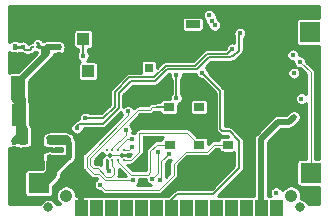
<source format=gbr>
G04 #@! TF.GenerationSoftware,KiCad,Pcbnew,(5.1.6)-1*
G04 #@! TF.CreationDate,2021-09-25T22:06:40+02:00*
G04 #@! TF.ProjectId,nrfmodule,6e72666d-6f64-4756-9c65-2e6b69636164,rev?*
G04 #@! TF.SameCoordinates,Original*
G04 #@! TF.FileFunction,Copper,L1,Top*
G04 #@! TF.FilePolarity,Positive*
%FSLAX46Y46*%
G04 Gerber Fmt 4.6, Leading zero omitted, Abs format (unit mm)*
G04 Created by KiCad (PCBNEW (5.1.6)-1) date 2021-09-25 22:06:40*
%MOMM*%
%LPD*%
G01*
G04 APERTURE LIST*
G04 #@! TA.AperFunction,EtchedComponent*
%ADD10C,0.002000*%
G04 #@! TD*
G04 #@! TA.AperFunction,SMDPad,CuDef*
%ADD11R,1.000000X1.050000*%
G04 #@! TD*
G04 #@! TA.AperFunction,SMDPad,CuDef*
%ADD12R,1.050000X2.200000*%
G04 #@! TD*
G04 #@! TA.AperFunction,SMDPad,CuDef*
%ADD13R,0.440000X0.470000*%
G04 #@! TD*
G04 #@! TA.AperFunction,SMDPad,CuDef*
%ADD14R,1.220000X1.920000*%
G04 #@! TD*
G04 #@! TA.AperFunction,SMDPad,CuDef*
%ADD15R,1.100000X1.700000*%
G04 #@! TD*
G04 #@! TA.AperFunction,SMDPad,CuDef*
%ADD16R,0.600000X0.350000*%
G04 #@! TD*
G04 #@! TA.AperFunction,ComponentPad*
%ADD17R,1.725000X1.725000*%
G04 #@! TD*
G04 #@! TA.AperFunction,SMDPad,CuDef*
%ADD18C,0.180000*%
G04 #@! TD*
G04 #@! TA.AperFunction,SMDPad,CuDef*
%ADD19R,0.600000X0.600000*%
G04 #@! TD*
G04 #@! TA.AperFunction,SMDPad,CuDef*
%ADD20R,0.450000X2.900000*%
G04 #@! TD*
G04 #@! TA.AperFunction,SMDPad,CuDef*
%ADD21R,0.450000X1.900000*%
G04 #@! TD*
G04 #@! TA.AperFunction,SMDPad,CuDef*
%ADD22R,0.450000X2.400000*%
G04 #@! TD*
G04 #@! TA.AperFunction,SMDPad,CuDef*
%ADD23R,1.400000X0.500000*%
G04 #@! TD*
G04 #@! TA.AperFunction,SMDPad,CuDef*
%ADD24R,0.750000X0.700000*%
G04 #@! TD*
G04 #@! TA.AperFunction,SMDPad,CuDef*
%ADD25R,1.200000X0.650000*%
G04 #@! TD*
G04 #@! TA.AperFunction,SMDPad,CuDef*
%ADD26R,0.700000X0.700000*%
G04 #@! TD*
G04 #@! TA.AperFunction,SMDPad,CuDef*
%ADD27R,0.900000X0.700000*%
G04 #@! TD*
G04 #@! TA.AperFunction,SMDPad,CuDef*
%ADD28C,0.250000*%
G04 #@! TD*
G04 #@! TA.AperFunction,ComponentPad*
%ADD29C,1.067000*%
G04 #@! TD*
G04 #@! TA.AperFunction,ComponentPad*
%ADD30C,0.813000*%
G04 #@! TD*
G04 #@! TA.AperFunction,ViaPad*
%ADD31R,1.016000X1.016000*%
G04 #@! TD*
G04 #@! TA.AperFunction,ViaPad*
%ADD32C,0.450000*%
G04 #@! TD*
G04 #@! TA.AperFunction,ViaPad*
%ADD33C,0.800000*%
G04 #@! TD*
G04 #@! TA.AperFunction,Conductor*
%ADD34C,0.508000*%
G04 #@! TD*
G04 #@! TA.AperFunction,Conductor*
%ADD35C,0.101600*%
G04 #@! TD*
G04 #@! TA.AperFunction,Conductor*
%ADD36C,0.200000*%
G04 #@! TD*
G04 #@! TA.AperFunction,Conductor*
%ADD37C,0.254000*%
G04 #@! TD*
G04 #@! TA.AperFunction,Conductor*
%ADD38C,0.127000*%
G04 #@! TD*
G04 APERTURE END LIST*
D10*
G04 #@! TO.C,Edge_Connect1*
G36*
X146147000Y-110024000D02*
G01*
X146147000Y-108756000D01*
X145133000Y-108756000D01*
X145133000Y-110024000D01*
X146147000Y-110024000D01*
G37*
X146147000Y-110024000D02*
X146147000Y-108756000D01*
X145133000Y-108756000D01*
X145133000Y-110024000D01*
X146147000Y-110024000D01*
G36*
X147417000Y-110024000D02*
G01*
X147417000Y-108756000D01*
X146403000Y-108756000D01*
X146403000Y-110024000D01*
X147417000Y-110024000D01*
G37*
X147417000Y-110024000D02*
X147417000Y-108756000D01*
X146403000Y-108756000D01*
X146403000Y-110024000D01*
X147417000Y-110024000D01*
G36*
X148687000Y-110024000D02*
G01*
X148687000Y-108756000D01*
X147673000Y-108756000D01*
X147673000Y-110024000D01*
X148687000Y-110024000D01*
G37*
X148687000Y-110024000D02*
X148687000Y-108756000D01*
X147673000Y-108756000D01*
X147673000Y-110024000D01*
X148687000Y-110024000D01*
G36*
X149957000Y-110024000D02*
G01*
X149957000Y-108756000D01*
X148943000Y-108756000D01*
X148943000Y-110024000D01*
X149957000Y-110024000D01*
G37*
X149957000Y-110024000D02*
X149957000Y-108756000D01*
X148943000Y-108756000D01*
X148943000Y-110024000D01*
X149957000Y-110024000D01*
G36*
X151227000Y-110024000D02*
G01*
X151227000Y-108756000D01*
X150213000Y-108756000D01*
X150213000Y-110024000D01*
X151227000Y-110024000D01*
G37*
X151227000Y-110024000D02*
X151227000Y-108756000D01*
X150213000Y-108756000D01*
X150213000Y-110024000D01*
X151227000Y-110024000D01*
G36*
X152497000Y-110024000D02*
G01*
X152497000Y-108756000D01*
X151483000Y-108756000D01*
X151483000Y-110024000D01*
X152497000Y-110024000D01*
G37*
X152497000Y-110024000D02*
X152497000Y-108756000D01*
X151483000Y-108756000D01*
X151483000Y-110024000D01*
X152497000Y-110024000D01*
G36*
X153767000Y-110024000D02*
G01*
X153767000Y-108756000D01*
X152753000Y-108756000D01*
X152753000Y-110024000D01*
X153767000Y-110024000D01*
G37*
X153767000Y-110024000D02*
X153767000Y-108756000D01*
X152753000Y-108756000D01*
X152753000Y-110024000D01*
X153767000Y-110024000D01*
G36*
X155037000Y-110024000D02*
G01*
X155037000Y-108756000D01*
X154023000Y-108756000D01*
X154023000Y-110024000D01*
X155037000Y-110024000D01*
G37*
X155037000Y-110024000D02*
X155037000Y-108756000D01*
X154023000Y-108756000D01*
X154023000Y-110024000D01*
X155037000Y-110024000D01*
G36*
X156307000Y-110024000D02*
G01*
X156307000Y-108756000D01*
X155293000Y-108756000D01*
X155293000Y-110024000D01*
X156307000Y-110024000D01*
G37*
X156307000Y-110024000D02*
X156307000Y-108756000D01*
X155293000Y-108756000D01*
X155293000Y-110024000D01*
X156307000Y-110024000D01*
G36*
X157577000Y-110024000D02*
G01*
X157577000Y-108756000D01*
X156563000Y-108756000D01*
X156563000Y-110024000D01*
X157577000Y-110024000D01*
G37*
X157577000Y-110024000D02*
X157577000Y-108756000D01*
X156563000Y-108756000D01*
X156563000Y-110024000D01*
X157577000Y-110024000D01*
G36*
X158847000Y-110024000D02*
G01*
X158847000Y-108756000D01*
X157833000Y-108756000D01*
X157833000Y-110024000D01*
X158847000Y-110024000D01*
G37*
X158847000Y-110024000D02*
X158847000Y-108756000D01*
X157833000Y-108756000D01*
X157833000Y-110024000D01*
X158847000Y-110024000D01*
G36*
X160117000Y-110024000D02*
G01*
X160117000Y-108756000D01*
X159103000Y-108756000D01*
X159103000Y-110024000D01*
X160117000Y-110024000D01*
G37*
X160117000Y-110024000D02*
X160117000Y-108756000D01*
X159103000Y-108756000D01*
X159103000Y-110024000D01*
X160117000Y-110024000D01*
G36*
X161387000Y-110024000D02*
G01*
X161387000Y-108756000D01*
X160373000Y-108756000D01*
X160373000Y-110024000D01*
X161387000Y-110024000D01*
G37*
X161387000Y-110024000D02*
X161387000Y-108756000D01*
X160373000Y-108756000D01*
X160373000Y-110024000D01*
X161387000Y-110024000D01*
G36*
X162657000Y-110024000D02*
G01*
X162657000Y-108756000D01*
X161643000Y-108756000D01*
X161643000Y-110024000D01*
X162657000Y-110024000D01*
G37*
X162657000Y-110024000D02*
X162657000Y-108756000D01*
X161643000Y-108756000D01*
X161643000Y-110024000D01*
X162657000Y-110024000D01*
G04 #@! TD*
D11*
G04 #@! TO.P,U.FL2,3*
G04 #@! TO.N,Net-(NRF91-Pad67)*
X146225000Y-97875000D03*
D12*
G04 #@! TO.P,U.FL2,2*
G04 #@! TO.N,GND*
X144750000Y-99400000D03*
G04 #@! TO.P,U.FL2,1*
X147700000Y-99400000D03*
G04 #@! TD*
D13*
G04 #@! TO.P,1uF1,2*
G04 #@! TO.N,+1V8*
X140030000Y-95825000D03*
G04 #@! TO.P,1uF1,1*
G04 #@! TO.N,GND*
X140030000Y-96495000D03*
G04 #@! TD*
G04 #@! TO.P,1uF2,2*
G04 #@! TO.N,VCC*
X143740000Y-95855000D03*
G04 #@! TO.P,1uF2,1*
G04 #@! TO.N,GND*
X143740000Y-96525000D03*
G04 #@! TD*
G04 #@! TO.P,1uF3,2*
G04 #@! TO.N,GND*
X139920000Y-104495000D03*
G04 #@! TO.P,1uF3,1*
G04 #@! TO.N,VCC*
X139920000Y-103825000D03*
G04 #@! TD*
G04 #@! TO.P,1uF4,2*
G04 #@! TO.N,GND*
X143920000Y-104520000D03*
G04 #@! TO.P,1uF4,1*
G04 #@! TO.N,+5V*
X143920000Y-103850000D03*
G04 #@! TD*
D14*
G04 #@! TO.P,220uF1,2*
G04 #@! TO.N,VCC*
X140340000Y-101550000D03*
G04 #@! TO.P,220uF1,1*
G04 #@! TO.N,GND*
X143040000Y-101550000D03*
G04 #@! TD*
G04 #@! TO.P,220uF2,2*
G04 #@! TO.N,VCC*
X140320000Y-99240000D03*
G04 #@! TO.P,220uF2,1*
G04 #@! TO.N,GND*
X143020000Y-99240000D03*
G04 #@! TD*
D15*
G04 #@! TO.P,5.0V1,7*
G04 #@! TO.N,GND*
X141920000Y-104500000D03*
D16*
G04 #@! TO.P,5.0V1,6*
G04 #@! TO.N,+5V*
X142970000Y-103850000D03*
G04 #@! TO.P,5.0V1,5*
G04 #@! TO.N,GND*
X142970000Y-104500000D03*
G04 #@! TO.P,5.0V1,4*
G04 #@! TO.N,+5V*
X142970000Y-105150000D03*
G04 #@! TO.P,5.0V1,3*
G04 #@! TO.N,GND*
X140870000Y-105150000D03*
G04 #@! TO.P,5.0V1,2*
X140870000Y-104500000D03*
G04 #@! TO.P,5.0V1,1*
G04 #@! TO.N,VCC*
X140870000Y-103850000D03*
G04 #@! TD*
D17*
G04 #@! TO.P,5V+1,1*
G04 #@! TO.N,+5V*
X142030000Y-107360000D03*
G04 #@! TD*
G04 #@! TO.P,GND1,1*
G04 #@! TO.N,GND*
X142180000Y-93700000D03*
G04 #@! TD*
D18*
G04 #@! TO.P,IC1,B2*
G04 #@! TO.N,GND*
X141545000Y-95465000D03*
G04 #@! TO.P,IC1,B1*
G04 #@! TO.N,VCC*
X141895000Y-95465000D03*
G04 #@! TO.P,IC1,A2*
G04 #@! TO.N,+1V8*
X141545000Y-95815000D03*
G04 #@! TO.P,IC1,A1*
G04 #@! TO.N,VCC*
X141895000Y-95815000D03*
G04 #@! TD*
D19*
G04 #@! TO.P,NANOSIM1,GND10*
G04 #@! TO.N,GND*
X154410000Y-105930000D03*
G04 #@! TO.P,NANOSIM1,GND9*
X156850000Y-105930000D03*
D20*
G04 #@! TO.P,NANOSIM1,GND8*
X162185000Y-104780000D03*
D21*
G04 #@! TO.P,NANOSIM1,GND7*
X162185000Y-99930000D03*
D22*
G04 #@! TO.P,NANOSIM1,GND6*
X162185000Y-94780000D03*
D23*
G04 #@! TO.P,NANOSIM1,GND5*
X157830000Y-92830000D03*
G04 #@! TO.P,NANOSIM1,GND4*
X153430000Y-92830000D03*
D24*
G04 #@! TO.P,NANOSIM1,GND3*
X151535000Y-95780000D03*
D21*
G04 #@! TO.P,NANOSIM1,GND2*
X151035000Y-99930000D03*
D20*
G04 #@! TO.P,NANOSIM1,GND1*
X151035000Y-104780000D03*
D25*
G04 #@! TO.P,NANOSIM1,DSW1*
G04 #@! TO.N,Net-(NANOSIM1-PadDSW1)*
X155080000Y-93905000D03*
D26*
G04 #@! TO.P,NANOSIM1,CSW1*
G04 #@! TO.N,Net-(NANOSIM1-PadCSW1)*
X151360000Y-97580000D03*
D27*
G04 #@! TO.P,NANOSIM1,C7*
G04 #@! TO.N,Net-(NANOSIM1-PadC7)*
X153090000Y-100910000D03*
G04 #@! TO.P,NANOSIM1,C6*
G04 #@! TO.N,Net-(NANOSIM1-PadC6)*
X155630000Y-100910000D03*
G04 #@! TO.P,NANOSIM1,C5*
G04 #@! TO.N,GND*
X158170000Y-100910000D03*
G04 #@! TO.P,NANOSIM1,C3*
G04 #@! TO.N,Net-(NANOSIM1-PadC3)*
X153190000Y-104080000D03*
G04 #@! TO.P,NANOSIM1,C2*
G04 #@! TO.N,Net-(NANOSIM1-PadC2)*
X155630000Y-104080000D03*
G04 #@! TO.P,NANOSIM1,C1*
G04 #@! TO.N,SIM1.8v*
X158070000Y-104080000D03*
G04 #@! TD*
D17*
G04 #@! TO.P,RX1,1*
G04 #@! TO.N,RXNRF*
X165060000Y-106460000D03*
G04 #@! TD*
D28*
G04 #@! TO.P,SIMESDPROTECT1,C4*
G04 #@! TO.N,Net-(SIMESDPROTECT1-PadC4)*
X147790000Y-104525000D03*
G04 #@! TO.P,SIMESDPROTECT1,C3*
G04 #@! TO.N,DATSIM*
X148290000Y-104525000D03*
G04 #@! TO.P,SIMESDPROTECT1,C2*
G04 #@! TO.N,CLKSIM*
X148790000Y-104525000D03*
G04 #@! TO.P,SIMESDPROTECT1,C1*
G04 #@! TO.N,RSTSIM*
X149290000Y-104525000D03*
G04 #@! TO.P,SIMESDPROTECT1,B2*
G04 #@! TO.N,GND*
X148040000Y-104960000D03*
G04 #@! TO.P,SIMESDPROTECT1,B1*
X149040000Y-104960000D03*
G04 #@! TO.P,SIMESDPROTECT1,A4*
G04 #@! TO.N,SIM1.8v*
X147790000Y-105395000D03*
G04 #@! TO.P,SIMESDPROTECT1,A3*
G04 #@! TO.N,Net-(NANOSIM1-PadC7)*
X148290000Y-105395000D03*
G04 #@! TO.P,SIMESDPROTECT1,A2*
G04 #@! TO.N,Net-(NANOSIM1-PadC3)*
X148790000Y-105395000D03*
G04 #@! TO.P,SIMESDPROTECT1,A1*
G04 #@! TO.N,Net-(NANOSIM1-PadC2)*
X149290000Y-105395000D03*
G04 #@! TD*
D17*
G04 #@! TO.P,TX1,1*
G04 #@! TO.N,TXNRF*
X165000000Y-94560000D03*
G04 #@! TD*
D11*
G04 #@! TO.P,U.FL1,3*
G04 #@! TO.N,Net-(NRF91-Pad61)*
X145815000Y-95125000D03*
D12*
G04 #@! TO.P,U.FL1,2*
G04 #@! TO.N,GND*
X147290000Y-93600000D03*
G04 #@! TO.P,U.FL1,1*
X144340000Y-93600000D03*
G04 #@! TD*
D29*
G04 #@! TO.P,Edge_Connect1,18*
G04 #@! TO.N,N/C*
X144370000Y-108399000D03*
D30*
G04 #@! TO.P,Edge_Connect1,17*
X142871000Y-109390000D03*
G04 #@! TO.P,Edge_Connect1,16*
X164182000Y-109390000D03*
D29*
G04 #@! TO.P,Edge_Connect1,15*
X163420000Y-108399000D03*
D31*
G04 #@! TD*
G04 #@! TO.N,GND*
G04 #@! TO.C,Edge_Connect1*
X145640000Y-109390000D03*
G04 #@! TO.N,Net-(Edge_Connect1-Pad13)*
G04 #@! TO.C,Edge_Connect1*
X146910000Y-109390000D03*
G04 #@! TO.N,Net-(Edge_Connect1-Pad12)*
X148180000Y-109390000D03*
G04 #@! TO.N,Net-(Edge_Connect1-Pad11)*
X149450000Y-109390000D03*
G04 #@! TO.N,TX2*
X150720000Y-109390000D03*
G04 #@! TO.N,RX2*
X151990000Y-109390000D03*
G04 #@! TO.N,TX1*
X153260000Y-109390000D03*
G04 #@! TO.N,RX1*
X154530000Y-109390000D03*
G04 #@! TO.N,SWO*
X155800000Y-109390000D03*
G04 #@! TO.N,SWDIO*
X157070000Y-109390000D03*
G04 #@! TO.N,SWDCLK*
X158340000Y-109390000D03*
G04 #@! TO.N,NRESET*
X159610000Y-109390000D03*
G04 #@! TO.N,+1V8*
X160880000Y-109390000D03*
G04 #@! TO.N,VCC*
X162150000Y-109390000D03*
G04 #@! TD*
D32*
G04 #@! TO.N,GND*
X159760000Y-107900000D03*
G04 #@! TO.N,VCC*
X156470000Y-93120000D03*
D33*
X140280000Y-102000000D03*
X140300000Y-101090000D03*
X140250000Y-99670000D03*
X140260000Y-98770000D03*
G04 #@! TO.N,GND*
X147790000Y-99350000D03*
X144720000Y-99400000D03*
X143050000Y-101920000D03*
X143100000Y-100980000D03*
X143030000Y-99640000D03*
X143030000Y-98710000D03*
D32*
X151100000Y-103650000D03*
D33*
X153390000Y-92760000D03*
X147290000Y-93630000D03*
X144320000Y-93580000D03*
X156700000Y-101720000D03*
X158750000Y-102150000D03*
D32*
X164340000Y-100970000D03*
D33*
X158770000Y-100400000D03*
X158730000Y-98850000D03*
X158740000Y-97370000D03*
X160770000Y-97320000D03*
X160770000Y-98900000D03*
X160750000Y-100470000D03*
X160760000Y-102100000D03*
X152750000Y-98880000D03*
X154780000Y-98890000D03*
X141930000Y-104100000D03*
X141920000Y-104960000D03*
D32*
X157180000Y-104730000D03*
X153000000Y-106410000D03*
D33*
X139890000Y-94600000D03*
X150580000Y-93860000D03*
X162850000Y-95100000D03*
X165410000Y-108730000D03*
X139890000Y-108710000D03*
X139960000Y-106290000D03*
X140430000Y-104900000D03*
X144570000Y-106910000D03*
X149630000Y-100300000D03*
D32*
X154970000Y-106330000D03*
D33*
X139980000Y-92700000D03*
X145740000Y-92810000D03*
X149090000Y-92740000D03*
X165330000Y-92740000D03*
D32*
X149060000Y-106620000D03*
X146880000Y-105620000D03*
X150800000Y-107240000D03*
X165260000Y-95870000D03*
X143050000Y-97620000D03*
X140020000Y-97290000D03*
X159340000Y-93700000D03*
G04 #@! TO.N,VCC*
X164290000Y-100190000D03*
X163642001Y-98030000D03*
X156690000Y-93580000D03*
X156940000Y-93990000D03*
X162150000Y-108150000D03*
G04 #@! TO.N,+1V8*
X140690000Y-95810000D03*
X140000000Y-95820000D03*
X163550000Y-96490000D03*
G04 #@! TO.N,SIM1.8v*
X147980000Y-106315002D03*
X147238989Y-107475769D03*
G04 #@! TO.N,TX2*
X145290000Y-102680000D03*
X159085002Y-94651186D03*
G04 #@! TO.N,RX2*
X146000000Y-101840000D03*
X158415496Y-95981870D03*
G04 #@! TO.N,TX1*
X155880000Y-98000000D03*
G04 #@! TO.N,RX1*
X153697910Y-98206828D03*
X153699675Y-100166134D03*
X153054302Y-104855002D03*
X152330244Y-107111059D03*
G04 #@! TO.N,Net-(NRF91-Pad61)*
X145800000Y-96570000D03*
G04 #@! TO.N,DATSIM*
X149447907Y-102881208D03*
G04 #@! TO.N,CLKSIM*
X149923707Y-103626168D03*
X149580000Y-101270000D03*
X149990000Y-107120814D03*
G04 #@! TO.N,RSTSIM*
X149962699Y-104275000D03*
X152104351Y-104729349D03*
X151643240Y-106971085D03*
G04 #@! TO.N,RXNRF*
X164160000Y-97075002D03*
G04 #@! TO.N,Net-(NRF91-Pad67)*
X146225000Y-97875000D03*
G04 #@! TO.N,+1V8*
X163650000Y-101760000D03*
G04 #@! TD*
D34*
G04 #@! TO.N,GND*
X145640000Y-109390000D02*
X145640000Y-108200000D01*
D35*
X149350000Y-104960000D02*
X149040000Y-104960000D01*
X149409199Y-104900801D02*
X149350000Y-104960000D01*
X149119199Y-104900801D02*
X149409199Y-104900801D01*
X149060000Y-104960000D02*
X149119199Y-104900801D01*
X149040000Y-104960000D02*
X149060000Y-104960000D01*
X149060000Y-104960000D02*
X149119199Y-105019199D01*
X149119199Y-105019199D02*
X149380000Y-105019199D01*
X148955192Y-104940183D02*
X148059817Y-104940183D01*
X148975009Y-104960000D02*
X148955192Y-104940183D01*
X148059817Y-104940183D02*
X148040000Y-104960000D01*
X149040000Y-104960000D02*
X148975009Y-104960000D01*
X148040000Y-104960000D02*
X147540000Y-104960000D01*
X147540000Y-104960000D02*
X146880000Y-105620000D01*
D34*
G04 #@! TO.N,VCC*
X140503201Y-103805999D02*
X139920000Y-103805999D01*
X140870000Y-103850000D02*
X140547202Y-103850000D01*
X140547202Y-103850000D02*
X140503201Y-103805999D01*
X143714001Y-95810000D02*
X143740000Y-95835999D01*
X140870000Y-103850000D02*
X140810000Y-103850000D01*
X142790000Y-95810000D02*
X143714001Y-95810000D01*
D36*
X141935001Y-95810000D02*
X141935001Y-95815000D01*
X142790000Y-95810000D02*
X141935001Y-95810000D01*
X142790000Y-95810000D02*
X142240000Y-95810000D01*
X141935001Y-95505001D02*
X141935001Y-95465000D01*
X142240000Y-95810000D02*
X141935001Y-95505001D01*
D37*
X141962001Y-95665161D02*
X141962001Y-95505001D01*
X141962001Y-95712001D02*
X141962001Y-95665161D01*
X142790000Y-95810000D02*
X142060000Y-95810000D01*
X142060000Y-95810000D02*
X141962001Y-95712001D01*
D34*
X140503201Y-102223201D02*
X140280000Y-102000000D01*
X140870000Y-102793598D02*
X140503201Y-102426799D01*
X140870000Y-103850000D02*
X140870000Y-102793598D01*
X140503201Y-103805999D02*
X140503201Y-102426799D01*
X140503201Y-102426799D02*
X140503201Y-102223201D01*
X140340000Y-103385999D02*
X139920000Y-103805999D01*
X140340000Y-101550000D02*
X140340000Y-103385999D01*
X140340000Y-101550000D02*
X140340000Y-100700000D01*
X140320000Y-99870000D02*
X140320000Y-99240000D01*
X140680000Y-100230000D02*
X140320000Y-99870000D01*
X140340000Y-101550000D02*
X140340000Y-100620000D01*
X140340000Y-100620000D02*
X139950000Y-100230000D01*
X140680000Y-101210000D02*
X140340000Y-101550000D01*
X140680000Y-100230000D02*
X140680000Y-101210000D01*
X140320000Y-100600000D02*
X140340000Y-100620000D01*
X140320000Y-99240000D02*
X140320000Y-100600000D01*
X140320000Y-99240000D02*
X140320000Y-98790000D01*
X142790000Y-96320000D02*
X142790000Y-95810000D01*
X140320000Y-98790000D02*
X142790000Y-96320000D01*
X140260000Y-98770000D02*
X142470000Y-96560000D01*
X142470000Y-96560000D02*
X142470000Y-96030000D01*
G04 #@! TO.N,+1V8*
X160880000Y-103592798D02*
X162328991Y-102143807D01*
X160880000Y-109390000D02*
X160880000Y-103592798D01*
D36*
X141325001Y-96034999D02*
X141504999Y-95855001D01*
X140914999Y-96034999D02*
X141325001Y-96034999D01*
X140690000Y-95810000D02*
X140914999Y-96034999D01*
D37*
X140680000Y-95820000D02*
X140690000Y-95810000D01*
X140000000Y-95820000D02*
X140680000Y-95820000D01*
D34*
G04 #@! TO.N,+5V*
X143317798Y-103850000D02*
X142970000Y-103850000D01*
X143336799Y-103830999D02*
X143317798Y-103850000D01*
X144503201Y-103830999D02*
X143336799Y-103830999D01*
X144594001Y-103921799D02*
X144503201Y-103830999D01*
X144594001Y-105118201D02*
X144594001Y-103921799D01*
X144503201Y-105209001D02*
X144594001Y-105118201D01*
X142970000Y-105150000D02*
X143029001Y-105209001D01*
X144503201Y-103830999D02*
X144503201Y-103606799D01*
X144406402Y-103550000D02*
X142924001Y-103550000D01*
X142030000Y-107360000D02*
X142960000Y-106430000D01*
X142970000Y-105520000D02*
X142970000Y-105150000D01*
X142960000Y-105530000D02*
X142970000Y-105520000D01*
X142960000Y-106430000D02*
X142960000Y-105530000D01*
X143029001Y-105209001D02*
X143360999Y-105209001D01*
X143569001Y-105670999D02*
X144030999Y-105209001D01*
X143360999Y-105670999D02*
X143569001Y-105670999D01*
X143360999Y-105209001D02*
X144030999Y-105209001D01*
X143360999Y-105209001D02*
X143360999Y-105670999D01*
X144030999Y-105209001D02*
X144503201Y-105209001D01*
X143360999Y-106679001D02*
X142680000Y-107360000D01*
X142680000Y-107360000D02*
X142030000Y-107360000D01*
X144452997Y-105209001D02*
X143360999Y-106300999D01*
X144503201Y-105209001D02*
X144452997Y-105209001D01*
X143360999Y-105670999D02*
X143360999Y-106300999D01*
X143360999Y-106300999D02*
X143360999Y-106679001D01*
D37*
G04 #@! TO.N,SIM1.8v*
X147790000Y-106125002D02*
X147790000Y-105395000D01*
X147980000Y-106315002D02*
X147790000Y-106125002D01*
D35*
X153475801Y-105686783D02*
X153475801Y-106638385D01*
X158070000Y-104080000D02*
X156881442Y-104080000D01*
X147359835Y-107596615D02*
X147238989Y-107475769D01*
X156881442Y-104080000D02*
X156280641Y-104680801D01*
X156280641Y-104680801D02*
X154481783Y-104680801D01*
X154481783Y-104680801D02*
X153475801Y-105686783D01*
X153475801Y-106638385D02*
X152224186Y-107890000D01*
X147653220Y-107890000D02*
X147238989Y-107475769D01*
X152224186Y-107890000D02*
X147653220Y-107890000D01*
D38*
G04 #@! TO.N,Net-(NANOSIM1-PadC7)*
X152013463Y-100910000D02*
X153090000Y-100910000D01*
D35*
X151680000Y-100910000D02*
X152013463Y-100910000D01*
X151459199Y-101130801D02*
X151680000Y-100910000D01*
X148455801Y-106543387D02*
X148208385Y-106790803D01*
X147056613Y-106095801D02*
X146651615Y-106095801D01*
X146404199Y-105220730D02*
X150494128Y-101130801D01*
X148208385Y-106790803D02*
X147751615Y-106790803D01*
X148290000Y-105395000D02*
X148290000Y-105920816D01*
X146404199Y-105848385D02*
X146404199Y-105220730D01*
X148290000Y-105920816D02*
X148455801Y-106086617D01*
X148455801Y-106086617D02*
X148455801Y-106543387D01*
X147751615Y-106790803D02*
X147056613Y-106095801D01*
X146651615Y-106095801D02*
X146404199Y-105848385D01*
X150494128Y-101130801D02*
X151459199Y-101130801D01*
G04 #@! TO.N,Net-(NANOSIM1-PadC3)*
X151510801Y-106430641D02*
X151510801Y-104650015D01*
X152080816Y-104080000D02*
X153190000Y-104080000D01*
X151296428Y-106645014D02*
X151510801Y-106430641D01*
X149863238Y-106645014D02*
X151296428Y-106645014D01*
X151510801Y-104650015D02*
X152080816Y-104080000D01*
X148790000Y-105571776D02*
X149863238Y-106645014D01*
X148790000Y-105395000D02*
X148790000Y-105571776D01*
D38*
G04 #@! TO.N,Net-(NANOSIM1-PadC2)*
X155860000Y-104310000D02*
X155630000Y-104080000D01*
D35*
X154629199Y-103079199D02*
X155630000Y-104080000D01*
X150609359Y-103079199D02*
X154629199Y-103079199D01*
X150559199Y-104690801D02*
X150559199Y-103129359D01*
X149855000Y-105395000D02*
X150559199Y-104690801D01*
X150559199Y-103129359D02*
X150609359Y-103079199D01*
X149290000Y-105395000D02*
X149855000Y-105395000D01*
D38*
G04 #@! TO.N,TX2*
X158244145Y-96706499D02*
X156450519Y-96706499D01*
X158330644Y-96620000D02*
X158244145Y-96706499D01*
X156450519Y-96706499D02*
X155438691Y-97718327D01*
X155483509Y-97673509D02*
X155438691Y-97718327D01*
X158996914Y-96123434D02*
X158996914Y-94651186D01*
X158500348Y-96620000D02*
X158996914Y-96123434D01*
X158330644Y-96620000D02*
X158500348Y-96620000D01*
X145451499Y-102328501D02*
X145290000Y-102490000D01*
X147483262Y-102328501D02*
X145451499Y-102328501D01*
X148815511Y-99754489D02*
X148815511Y-100996252D01*
X155438691Y-97718327D02*
X152929691Y-97718327D01*
X148815511Y-100996252D02*
X147483262Y-102328501D01*
X151931519Y-98716499D02*
X149846483Y-98716499D01*
X145290000Y-102490000D02*
X145290000Y-102680000D01*
X152929691Y-97718327D02*
X151931519Y-98716499D01*
X149846483Y-98716499D02*
X149846483Y-98723517D01*
X149846483Y-98723517D02*
X148815511Y-99754489D01*
G04 #@! TO.N,RX2*
X158333626Y-95900000D02*
X158415496Y-95981870D01*
X158415496Y-95981870D02*
X158017877Y-96379489D01*
X156315068Y-96379489D02*
X155303240Y-97391317D01*
X158017877Y-96379489D02*
X156315068Y-96379489D01*
X152794240Y-97391317D02*
X151796068Y-98389489D01*
X155303240Y-97391317D02*
X152794240Y-97391317D01*
X151796068Y-98389489D02*
X149711032Y-98389489D01*
X146000000Y-101840000D02*
X147509302Y-101840000D01*
X147509302Y-101840000D02*
X148488501Y-100860801D01*
X148488501Y-99612020D02*
X149711032Y-98389489D01*
X148488501Y-100860801D02*
X148488501Y-99612020D01*
G04 #@! TO.N,TX1*
X153260000Y-108755000D02*
X153764489Y-108250511D01*
X153260000Y-109390000D02*
X153260000Y-108755000D01*
X156843791Y-108250511D02*
X159013501Y-106080801D01*
X153764489Y-108250511D02*
X156843791Y-108250511D01*
X159013501Y-106080801D02*
X159013501Y-104633501D01*
X159013501Y-104633501D02*
X159013501Y-104529199D01*
X157421950Y-99541950D02*
X155880000Y-98000000D01*
X159013501Y-104633501D02*
X159013501Y-103749199D01*
X158201950Y-102937648D02*
X157597648Y-102937648D01*
X157421950Y-102761950D02*
X157421950Y-99541950D01*
X159013501Y-103749199D02*
X158201950Y-102937648D01*
X157597648Y-102937648D02*
X157421950Y-102761950D01*
G04 #@! TO.N,RX1*
X153730000Y-98238918D02*
X153697910Y-98206828D01*
X153699675Y-98208593D02*
X153697910Y-98206828D01*
X153699675Y-100166134D02*
X153699675Y-98208593D01*
D35*
X152405961Y-107035342D02*
X152330244Y-107111059D01*
X153054302Y-104855002D02*
X152405961Y-105503343D01*
X152405961Y-105503343D02*
X152405961Y-107035342D01*
D36*
G04 #@! TO.N,Net-(NRF91-Pad61)*
X145815000Y-95125000D02*
X145815000Y-96555000D01*
X145815000Y-96555000D02*
X145800000Y-96570000D01*
D35*
G04 #@! TO.N,DATSIM*
X148290000Y-104525000D02*
X148290000Y-104348224D01*
X148290000Y-104348224D02*
X148848224Y-103790000D01*
X149447907Y-103263777D02*
X149447907Y-102881208D01*
X148848224Y-103790000D02*
X148921684Y-103790000D01*
X148921684Y-103790000D02*
X149447907Y-103263777D01*
G04 #@! TO.N,CLKSIM*
X149512056Y-103626168D02*
X149923707Y-103626168D01*
X148790000Y-104525000D02*
X148790000Y-104348224D01*
X148790000Y-104348224D02*
X149512056Y-103626168D01*
X147110580Y-106576308D02*
X147655086Y-107120814D01*
X149580000Y-101618389D02*
X146102589Y-105095800D01*
X147655086Y-107120814D02*
X149990000Y-107120814D01*
X149580000Y-101270000D02*
X149580000Y-101618389D01*
X146102589Y-105095800D02*
X146102589Y-105973315D01*
X146102589Y-105973315D02*
X146705582Y-106576308D01*
X146705582Y-106576308D02*
X147110580Y-106576308D01*
G04 #@! TO.N,RSTSIM*
X149290000Y-104525000D02*
X149712699Y-104525000D01*
X149712699Y-104525000D02*
X149962699Y-104275000D01*
X152104351Y-104729349D02*
X152104351Y-106509974D01*
X152104351Y-106509974D02*
X151643240Y-106971085D01*
D38*
G04 #@! TO.N,RXNRF*
X164600003Y-106000003D02*
X165060000Y-106460000D01*
D35*
X165564304Y-105955696D02*
X165060000Y-106460000D01*
X164160000Y-97075002D02*
X164219188Y-97075002D01*
D38*
X164237984Y-97075002D02*
X164160000Y-97075002D01*
X165060000Y-106460000D02*
X165558501Y-105961499D01*
D35*
X165060000Y-97975002D02*
X164160000Y-97075002D01*
X165060000Y-106460000D02*
X165060000Y-97975002D01*
D38*
G04 #@! TO.N,TXNRF*
X164650000Y-94910000D02*
X165000000Y-94560000D01*
D34*
G04 #@! TO.N,+1V8*
X162328991Y-102143807D02*
X163266193Y-102143807D01*
X163266193Y-102143807D02*
X163650000Y-101760000D01*
G04 #@! TD*
D37*
G04 #@! TO.N,GND*
G36*
X165771001Y-93368918D02*
G01*
X164137500Y-93368918D01*
X164073397Y-93375232D01*
X164011757Y-93393930D01*
X163954950Y-93424294D01*
X163905157Y-93465157D01*
X163864294Y-93514950D01*
X163833930Y-93571757D01*
X163815232Y-93633397D01*
X163808918Y-93697500D01*
X163808918Y-95422500D01*
X163815232Y-95486603D01*
X163833930Y-95548243D01*
X163864294Y-95605050D01*
X163905157Y-95654843D01*
X163954950Y-95695706D01*
X164011757Y-95726070D01*
X164073397Y-95744768D01*
X164137500Y-95751082D01*
X165771001Y-95751082D01*
X165771000Y-105268918D01*
X165437800Y-105268918D01*
X165437800Y-97993560D01*
X165439628Y-97975001D01*
X165437305Y-97951418D01*
X165432334Y-97900940D01*
X165410731Y-97829725D01*
X165403504Y-97816204D01*
X165375649Y-97764091D01*
X165353207Y-97736746D01*
X165328438Y-97706564D01*
X165314018Y-97694730D01*
X164712000Y-97092713D01*
X164712000Y-97020635D01*
X164690787Y-96913990D01*
X164649176Y-96813532D01*
X164588766Y-96723122D01*
X164511880Y-96646236D01*
X164421470Y-96585826D01*
X164321012Y-96544215D01*
X164214367Y-96523002D01*
X164105633Y-96523002D01*
X164102000Y-96523725D01*
X164102000Y-96435633D01*
X164080787Y-96328988D01*
X164039176Y-96228530D01*
X163978766Y-96138120D01*
X163901880Y-96061234D01*
X163811470Y-96000824D01*
X163711012Y-95959213D01*
X163604367Y-95938000D01*
X163495633Y-95938000D01*
X163388988Y-95959213D01*
X163288530Y-96000824D01*
X163198120Y-96061234D01*
X163121234Y-96138120D01*
X163060824Y-96228530D01*
X163019213Y-96328988D01*
X162998000Y-96435633D01*
X162998000Y-96544367D01*
X163019213Y-96651012D01*
X163060824Y-96751470D01*
X163121234Y-96841880D01*
X163198120Y-96918766D01*
X163288530Y-96979176D01*
X163388988Y-97020787D01*
X163495633Y-97042000D01*
X163604367Y-97042000D01*
X163608000Y-97041277D01*
X163608000Y-97129369D01*
X163629213Y-97236014D01*
X163670824Y-97336472D01*
X163731234Y-97426882D01*
X163803955Y-97499603D01*
X163803013Y-97499213D01*
X163696368Y-97478000D01*
X163587634Y-97478000D01*
X163480989Y-97499213D01*
X163380531Y-97540824D01*
X163290121Y-97601234D01*
X163213235Y-97678120D01*
X163152825Y-97768530D01*
X163111214Y-97868988D01*
X163090001Y-97975633D01*
X163090001Y-98084367D01*
X163111214Y-98191012D01*
X163152825Y-98291470D01*
X163213235Y-98381880D01*
X163290121Y-98458766D01*
X163380531Y-98519176D01*
X163480989Y-98560787D01*
X163587634Y-98582000D01*
X163696368Y-98582000D01*
X163803013Y-98560787D01*
X163903471Y-98519176D01*
X163993881Y-98458766D01*
X164070767Y-98381880D01*
X164131177Y-98291470D01*
X164172788Y-98191012D01*
X164194001Y-98084367D01*
X164194001Y-97975633D01*
X164172788Y-97868988D01*
X164131177Y-97768530D01*
X164070767Y-97678120D01*
X163998046Y-97605399D01*
X163998988Y-97605789D01*
X164105633Y-97627002D01*
X164177711Y-97627002D01*
X164682201Y-98131493D01*
X164682201Y-99801555D01*
X164641880Y-99761234D01*
X164551470Y-99700824D01*
X164451012Y-99659213D01*
X164344367Y-99638000D01*
X164235633Y-99638000D01*
X164128988Y-99659213D01*
X164028530Y-99700824D01*
X163938120Y-99761234D01*
X163861234Y-99838120D01*
X163800824Y-99928530D01*
X163759213Y-100028988D01*
X163738000Y-100135633D01*
X163738000Y-100244367D01*
X163759213Y-100351012D01*
X163800824Y-100451470D01*
X163861234Y-100541880D01*
X163938120Y-100618766D01*
X164028530Y-100679176D01*
X164128988Y-100720787D01*
X164235633Y-100742000D01*
X164344367Y-100742000D01*
X164451012Y-100720787D01*
X164551470Y-100679176D01*
X164641880Y-100618766D01*
X164682201Y-100578445D01*
X164682200Y-105268918D01*
X164197500Y-105268918D01*
X164133397Y-105275232D01*
X164071757Y-105293930D01*
X164014950Y-105324294D01*
X163965157Y-105365157D01*
X163924294Y-105414950D01*
X163893930Y-105471757D01*
X163875232Y-105533397D01*
X163868918Y-105597500D01*
X163868918Y-107322500D01*
X163875232Y-107386603D01*
X163893930Y-107448243D01*
X163924294Y-107505050D01*
X163965157Y-107554843D01*
X164014950Y-107595706D01*
X164071757Y-107626070D01*
X164133397Y-107644768D01*
X164197500Y-107651082D01*
X165771000Y-107651082D01*
X165771000Y-109101000D01*
X164856227Y-109101000D01*
X164832019Y-109042558D01*
X164751747Y-108922421D01*
X164649579Y-108820253D01*
X164529442Y-108739981D01*
X164395954Y-108684688D01*
X164254243Y-108656500D01*
X164244739Y-108656500D01*
X164247432Y-108649999D01*
X164280500Y-108483752D01*
X164280500Y-108314248D01*
X164247432Y-108148001D01*
X164182566Y-107991400D01*
X164088394Y-107850463D01*
X163968537Y-107730606D01*
X163827600Y-107636434D01*
X163670999Y-107571568D01*
X163504752Y-107538500D01*
X163335248Y-107538500D01*
X163169001Y-107571568D01*
X163012400Y-107636434D01*
X162871463Y-107730606D01*
X162751606Y-107850463D01*
X162672467Y-107968902D01*
X162639176Y-107888530D01*
X162578766Y-107798120D01*
X162501880Y-107721234D01*
X162411470Y-107660824D01*
X162311012Y-107619213D01*
X162204367Y-107598000D01*
X162095633Y-107598000D01*
X161988988Y-107619213D01*
X161888530Y-107660824D01*
X161798120Y-107721234D01*
X161721234Y-107798120D01*
X161660824Y-107888530D01*
X161619213Y-107988988D01*
X161598000Y-108095633D01*
X161598000Y-108204367D01*
X161619213Y-108311012D01*
X161660824Y-108411470D01*
X161671869Y-108428000D01*
X161643000Y-108428000D01*
X161612281Y-108431012D01*
X161581539Y-108433810D01*
X161580436Y-108434135D01*
X161579291Y-108434247D01*
X161549731Y-108443172D01*
X161520129Y-108451884D01*
X161519111Y-108452416D01*
X161518009Y-108452749D01*
X161515247Y-108454218D01*
X161515118Y-108454177D01*
X161514105Y-108453629D01*
X161484547Y-108444479D01*
X161461000Y-108437009D01*
X161461000Y-103833455D01*
X162569650Y-102724807D01*
X163237653Y-102724807D01*
X163266193Y-102727618D01*
X163294733Y-102724807D01*
X163380089Y-102716400D01*
X163489608Y-102683178D01*
X163590541Y-102629228D01*
X163679010Y-102556624D01*
X163697210Y-102534447D01*
X164081009Y-102150648D01*
X164135420Y-102084348D01*
X164189371Y-101983415D01*
X164222593Y-101873896D01*
X164233811Y-101760001D01*
X164222593Y-101646105D01*
X164189371Y-101536586D01*
X164135420Y-101435653D01*
X164062816Y-101347184D01*
X163974347Y-101274580D01*
X163873414Y-101220629D01*
X163763895Y-101187407D01*
X163649999Y-101176189D01*
X163536104Y-101187407D01*
X163426585Y-101220629D01*
X163325652Y-101274580D01*
X163259352Y-101328991D01*
X163025536Y-101562807D01*
X162357531Y-101562807D01*
X162328991Y-101559996D01*
X162215095Y-101571214D01*
X162105576Y-101604436D01*
X162004643Y-101658386D01*
X161947072Y-101705633D01*
X161916174Y-101730990D01*
X161897983Y-101753156D01*
X160489355Y-103161786D01*
X160467184Y-103179981D01*
X160423601Y-103233088D01*
X160394579Y-103268451D01*
X160340629Y-103369384D01*
X160307407Y-103478903D01*
X160296189Y-103592798D01*
X160299001Y-103621348D01*
X160299000Y-108437354D01*
X160279731Y-108443172D01*
X160250129Y-108451884D01*
X160249111Y-108452416D01*
X160248009Y-108452749D01*
X160245247Y-108454218D01*
X160245118Y-108454177D01*
X160244105Y-108453629D01*
X160214547Y-108444479D01*
X160185195Y-108435168D01*
X160184056Y-108435040D01*
X160182954Y-108434699D01*
X160152201Y-108431467D01*
X160121580Y-108428032D01*
X160119372Y-108428017D01*
X160119290Y-108428008D01*
X160119208Y-108428015D01*
X160117000Y-108428000D01*
X159103000Y-108428000D01*
X159072281Y-108431012D01*
X159041539Y-108433810D01*
X159040436Y-108434135D01*
X159039291Y-108434247D01*
X159009731Y-108443172D01*
X158980129Y-108451884D01*
X158979111Y-108452416D01*
X158978009Y-108452749D01*
X158975247Y-108454218D01*
X158975118Y-108454177D01*
X158974105Y-108453629D01*
X158944547Y-108444479D01*
X158915195Y-108435168D01*
X158914056Y-108435040D01*
X158912954Y-108434699D01*
X158882201Y-108431467D01*
X158851580Y-108428032D01*
X158849372Y-108428017D01*
X158849290Y-108428008D01*
X158849208Y-108428015D01*
X158847000Y-108428000D01*
X157833000Y-108428000D01*
X157802281Y-108431012D01*
X157771539Y-108433810D01*
X157770436Y-108434135D01*
X157769291Y-108434247D01*
X157739731Y-108443172D01*
X157710129Y-108451884D01*
X157709111Y-108452416D01*
X157708009Y-108452749D01*
X157705247Y-108454218D01*
X157705118Y-108454177D01*
X157704105Y-108453629D01*
X157674547Y-108444479D01*
X157645195Y-108435168D01*
X157644056Y-108435040D01*
X157642954Y-108434699D01*
X157612201Y-108431467D01*
X157581580Y-108428032D01*
X157579372Y-108428017D01*
X157579290Y-108428008D01*
X157579208Y-108428015D01*
X157577000Y-108428000D01*
X157218552Y-108428000D01*
X159276062Y-106370490D01*
X159290962Y-106358262D01*
X159339761Y-106298801D01*
X159376021Y-106230962D01*
X159396323Y-106164034D01*
X159398350Y-106157353D01*
X159400017Y-106140423D01*
X159404001Y-106099979D01*
X159404001Y-106099973D01*
X159405889Y-106080802D01*
X159404001Y-106061631D01*
X159404001Y-103768369D01*
X159405889Y-103749198D01*
X159404001Y-103730027D01*
X159404001Y-103730021D01*
X159398350Y-103672648D01*
X159376021Y-103599038D01*
X159339761Y-103531199D01*
X159290962Y-103471738D01*
X159276061Y-103459509D01*
X158491640Y-102675088D01*
X158479411Y-102660187D01*
X158419950Y-102611388D01*
X158352111Y-102575128D01*
X158278501Y-102552799D01*
X158221128Y-102547148D01*
X158201950Y-102545259D01*
X158182772Y-102547148D01*
X157812450Y-102547148D01*
X157812450Y-99561131D01*
X157814339Y-99541950D01*
X157806800Y-99465398D01*
X157784470Y-99391789D01*
X157780616Y-99384579D01*
X157748210Y-99323950D01*
X157699411Y-99264489D01*
X157684515Y-99252264D01*
X156432000Y-97999750D01*
X156432000Y-97945633D01*
X156410787Y-97838988D01*
X156369176Y-97738530D01*
X156308766Y-97648120D01*
X156231880Y-97571234D01*
X156175624Y-97533645D01*
X156612270Y-97096999D01*
X158224967Y-97096999D01*
X158244145Y-97098888D01*
X158263323Y-97096999D01*
X158320696Y-97091348D01*
X158394306Y-97069019D01*
X158462145Y-97032759D01*
X158488400Y-97011212D01*
X158500348Y-97012389D01*
X158519526Y-97010500D01*
X158576899Y-97004849D01*
X158650509Y-96982520D01*
X158718348Y-96946260D01*
X158777809Y-96897461D01*
X158790038Y-96882560D01*
X159259475Y-96413123D01*
X159274375Y-96400895D01*
X159323174Y-96341434D01*
X159359434Y-96273595D01*
X159381763Y-96199985D01*
X159381775Y-96199869D01*
X159384531Y-96171880D01*
X159387414Y-96142612D01*
X159387414Y-96142606D01*
X159389302Y-96123435D01*
X159387414Y-96104264D01*
X159387414Y-95113005D01*
X159436882Y-95079952D01*
X159513768Y-95003066D01*
X159574178Y-94912656D01*
X159615789Y-94812198D01*
X159637002Y-94705553D01*
X159637002Y-94596819D01*
X159615789Y-94490174D01*
X159574178Y-94389716D01*
X159513768Y-94299306D01*
X159436882Y-94222420D01*
X159346472Y-94162010D01*
X159246014Y-94120399D01*
X159139369Y-94099186D01*
X159030635Y-94099186D01*
X158923990Y-94120399D01*
X158823532Y-94162010D01*
X158733122Y-94222420D01*
X158656236Y-94299306D01*
X158595826Y-94389716D01*
X158554215Y-94490174D01*
X158533002Y-94596819D01*
X158533002Y-94705553D01*
X158554215Y-94812198D01*
X158595826Y-94912656D01*
X158606415Y-94928503D01*
X158606414Y-95463471D01*
X158576508Y-95451083D01*
X158469863Y-95429870D01*
X158361129Y-95429870D01*
X158254484Y-95451083D01*
X158154026Y-95492694D01*
X158063616Y-95553104D01*
X157986730Y-95629990D01*
X157926320Y-95720400D01*
X157884709Y-95820858D01*
X157863496Y-95927503D01*
X157863496Y-95981620D01*
X157856127Y-95988989D01*
X156334249Y-95988989D01*
X156315068Y-95987100D01*
X156238516Y-95994639D01*
X156179560Y-96012524D01*
X156164907Y-96016969D01*
X156097068Y-96053229D01*
X156037607Y-96102028D01*
X156025382Y-96116924D01*
X155141490Y-97000817D01*
X152813410Y-97000817D01*
X152794239Y-96998929D01*
X152775068Y-97000817D01*
X152775062Y-97000817D01*
X152725603Y-97005688D01*
X152717688Y-97006468D01*
X152704397Y-97010500D01*
X152644079Y-97028797D01*
X152576240Y-97065057D01*
X152516779Y-97113856D01*
X152504550Y-97128757D01*
X152038582Y-97594725D01*
X152038582Y-97230000D01*
X152032268Y-97165897D01*
X152013570Y-97104257D01*
X151983206Y-97047450D01*
X151942343Y-96997657D01*
X151892550Y-96956794D01*
X151835743Y-96926430D01*
X151774103Y-96907732D01*
X151710000Y-96901418D01*
X151010000Y-96901418D01*
X150945897Y-96907732D01*
X150884257Y-96926430D01*
X150827450Y-96956794D01*
X150777657Y-96997657D01*
X150736794Y-97047450D01*
X150706430Y-97104257D01*
X150687732Y-97165897D01*
X150681418Y-97230000D01*
X150681418Y-97930000D01*
X150687732Y-97994103D01*
X150689214Y-97998989D01*
X149730210Y-97998989D01*
X149711032Y-97997100D01*
X149634480Y-98004640D01*
X149580815Y-98020919D01*
X149560871Y-98026969D01*
X149493032Y-98063229D01*
X149433571Y-98112028D01*
X149421346Y-98126924D01*
X148225937Y-99322334D01*
X148211041Y-99334559D01*
X148162242Y-99394020D01*
X148151424Y-99414259D01*
X148125981Y-99461860D01*
X148103652Y-99535469D01*
X148096112Y-99612020D01*
X148098002Y-99631208D01*
X148098001Y-100699051D01*
X147347552Y-101449500D01*
X146390146Y-101449500D01*
X146351880Y-101411234D01*
X146261470Y-101350824D01*
X146161012Y-101309213D01*
X146054367Y-101288000D01*
X145945633Y-101288000D01*
X145838988Y-101309213D01*
X145738530Y-101350824D01*
X145648120Y-101411234D01*
X145571234Y-101488120D01*
X145510824Y-101578530D01*
X145469213Y-101678988D01*
X145448000Y-101785633D01*
X145448000Y-101894367D01*
X145456400Y-101936595D01*
X145451498Y-101936112D01*
X145374947Y-101943652D01*
X145311772Y-101962816D01*
X145301338Y-101965981D01*
X145233499Y-102002241D01*
X145174038Y-102051040D01*
X145161809Y-102065941D01*
X145042863Y-102184887D01*
X145028530Y-102190824D01*
X144938120Y-102251234D01*
X144861234Y-102328120D01*
X144800824Y-102418530D01*
X144759213Y-102518988D01*
X144738000Y-102625633D01*
X144738000Y-102734367D01*
X144759213Y-102841012D01*
X144800824Y-102941470D01*
X144861234Y-103031880D01*
X144938120Y-103108766D01*
X145028530Y-103169176D01*
X145128988Y-103210787D01*
X145235633Y-103232000D01*
X145344367Y-103232000D01*
X145451012Y-103210787D01*
X145551470Y-103169176D01*
X145641880Y-103108766D01*
X145718766Y-103031880D01*
X145779176Y-102941470D01*
X145820787Y-102841012D01*
X145842000Y-102734367D01*
X145842000Y-102719001D01*
X147464084Y-102719001D01*
X147483262Y-102720890D01*
X147502440Y-102719001D01*
X147559813Y-102713350D01*
X147633423Y-102691021D01*
X147701262Y-102654761D01*
X147760723Y-102605962D01*
X147772952Y-102591061D01*
X149029932Y-101334082D01*
X149049213Y-101431012D01*
X149090824Y-101531470D01*
X149107569Y-101556530D01*
X145848576Y-104815524D01*
X145834151Y-104827362D01*
X145806608Y-104860925D01*
X145786940Y-104884890D01*
X145769001Y-104918452D01*
X145751858Y-104950524D01*
X145730255Y-105021739D01*
X145727163Y-105053135D01*
X145722961Y-105095800D01*
X145724789Y-105114359D01*
X145724790Y-105954747D01*
X145722961Y-105973315D01*
X145729617Y-106040885D01*
X145730256Y-106047377D01*
X145746213Y-106099979D01*
X145751859Y-106118592D01*
X145786940Y-106184225D01*
X145807861Y-106209717D01*
X145834152Y-106241753D01*
X145848571Y-106253586D01*
X146425310Y-106830326D01*
X146437144Y-106844746D01*
X146461660Y-106864865D01*
X146494671Y-106891957D01*
X146514239Y-106902416D01*
X146560305Y-106927039D01*
X146631520Y-106948642D01*
X146687021Y-106954108D01*
X146687023Y-106954108D01*
X146705582Y-106955936D01*
X146724140Y-106954108D01*
X146954091Y-106954108D01*
X146983923Y-106983940D01*
X146977519Y-106986593D01*
X146887109Y-107047003D01*
X146810223Y-107123889D01*
X146749813Y-107214299D01*
X146708202Y-107314757D01*
X146686989Y-107421402D01*
X146686989Y-107530136D01*
X146708202Y-107636781D01*
X146749813Y-107737239D01*
X146810223Y-107827649D01*
X146887109Y-107904535D01*
X146977519Y-107964945D01*
X147077977Y-108006556D01*
X147184622Y-108027769D01*
X147256699Y-108027769D01*
X147372948Y-108144018D01*
X147384782Y-108158438D01*
X147403696Y-108173960D01*
X147442309Y-108205649D01*
X147473836Y-108222500D01*
X147507943Y-108240731D01*
X147579158Y-108262334D01*
X147634659Y-108267800D01*
X147634661Y-108267800D01*
X147653219Y-108269628D01*
X147671778Y-108267800D01*
X152205628Y-108267800D01*
X152224186Y-108269628D01*
X152242744Y-108267800D01*
X152242747Y-108267800D01*
X152298248Y-108262334D01*
X152369463Y-108240731D01*
X152435096Y-108205649D01*
X152492624Y-108158438D01*
X152504462Y-108144013D01*
X153729819Y-106918657D01*
X153744239Y-106906823D01*
X153777090Y-106866793D01*
X153791450Y-106849296D01*
X153819185Y-106797407D01*
X153826532Y-106783662D01*
X153848135Y-106712447D01*
X153853601Y-106656946D01*
X153853601Y-106656944D01*
X153855429Y-106638385D01*
X153853601Y-106619827D01*
X153853601Y-105843272D01*
X154638273Y-105058601D01*
X156262083Y-105058601D01*
X156280641Y-105060429D01*
X156299199Y-105058601D01*
X156299202Y-105058601D01*
X156354703Y-105053135D01*
X156425918Y-105031532D01*
X156491551Y-104996450D01*
X156549079Y-104949239D01*
X156560917Y-104934814D01*
X157037932Y-104457800D01*
X157294156Y-104457800D01*
X157297732Y-104494103D01*
X157316430Y-104555743D01*
X157346794Y-104612550D01*
X157387657Y-104662343D01*
X157437450Y-104703206D01*
X157494257Y-104733570D01*
X157555897Y-104752268D01*
X157620000Y-104758582D01*
X158520000Y-104758582D01*
X158584103Y-104752268D01*
X158623002Y-104740468D01*
X158623001Y-105919051D01*
X156682041Y-107860011D01*
X153783659Y-107860011D01*
X153764488Y-107858123D01*
X153745317Y-107860011D01*
X153745311Y-107860011D01*
X153695852Y-107864882D01*
X153687937Y-107865662D01*
X153650943Y-107876884D01*
X153614328Y-107887991D01*
X153546489Y-107924251D01*
X153487028Y-107973050D01*
X153474799Y-107987951D01*
X153034750Y-108428000D01*
X152753000Y-108428000D01*
X152722281Y-108431012D01*
X152691539Y-108433810D01*
X152690436Y-108434135D01*
X152689291Y-108434247D01*
X152659731Y-108443172D01*
X152630129Y-108451884D01*
X152629111Y-108452416D01*
X152628009Y-108452749D01*
X152625247Y-108454218D01*
X152625118Y-108454177D01*
X152624105Y-108453629D01*
X152594547Y-108444479D01*
X152565195Y-108435168D01*
X152564056Y-108435040D01*
X152562954Y-108434699D01*
X152532201Y-108431467D01*
X152501580Y-108428032D01*
X152499372Y-108428017D01*
X152499290Y-108428008D01*
X152499208Y-108428015D01*
X152497000Y-108428000D01*
X151483000Y-108428000D01*
X151452281Y-108431012D01*
X151421539Y-108433810D01*
X151420436Y-108434135D01*
X151419291Y-108434247D01*
X151389731Y-108443172D01*
X151360129Y-108451884D01*
X151359111Y-108452416D01*
X151358009Y-108452749D01*
X151355247Y-108454218D01*
X151355118Y-108454177D01*
X151354105Y-108453629D01*
X151324547Y-108444479D01*
X151295195Y-108435168D01*
X151294056Y-108435040D01*
X151292954Y-108434699D01*
X151262201Y-108431467D01*
X151231580Y-108428032D01*
X151229372Y-108428017D01*
X151229290Y-108428008D01*
X151229208Y-108428015D01*
X151227000Y-108428000D01*
X150213000Y-108428000D01*
X150182281Y-108431012D01*
X150151539Y-108433810D01*
X150150436Y-108434135D01*
X150149291Y-108434247D01*
X150119731Y-108443172D01*
X150090129Y-108451884D01*
X150089111Y-108452416D01*
X150088009Y-108452749D01*
X150085247Y-108454218D01*
X150085118Y-108454177D01*
X150084105Y-108453629D01*
X150054547Y-108444479D01*
X150025195Y-108435168D01*
X150024056Y-108435040D01*
X150022954Y-108434699D01*
X149992201Y-108431467D01*
X149961580Y-108428032D01*
X149959372Y-108428017D01*
X149959290Y-108428008D01*
X149959208Y-108428015D01*
X149957000Y-108428000D01*
X148943000Y-108428000D01*
X148912281Y-108431012D01*
X148881539Y-108433810D01*
X148880436Y-108434135D01*
X148879291Y-108434247D01*
X148849731Y-108443172D01*
X148820129Y-108451884D01*
X148819111Y-108452416D01*
X148818009Y-108452749D01*
X148815247Y-108454218D01*
X148815118Y-108454177D01*
X148814105Y-108453629D01*
X148784547Y-108444479D01*
X148755195Y-108435168D01*
X148754056Y-108435040D01*
X148752954Y-108434699D01*
X148722201Y-108431467D01*
X148691580Y-108428032D01*
X148689372Y-108428017D01*
X148689290Y-108428008D01*
X148689208Y-108428015D01*
X148687000Y-108428000D01*
X147673000Y-108428000D01*
X147642281Y-108431012D01*
X147611539Y-108433810D01*
X147610436Y-108434135D01*
X147609291Y-108434247D01*
X147579731Y-108443172D01*
X147550129Y-108451884D01*
X147549111Y-108452416D01*
X147548009Y-108452749D01*
X147545247Y-108454218D01*
X147545118Y-108454177D01*
X147544105Y-108453629D01*
X147514547Y-108444479D01*
X147485195Y-108435168D01*
X147484056Y-108435040D01*
X147482954Y-108434699D01*
X147452201Y-108431467D01*
X147421580Y-108428032D01*
X147419372Y-108428017D01*
X147419290Y-108428008D01*
X147419208Y-108428015D01*
X147417000Y-108428000D01*
X146403000Y-108428000D01*
X146372281Y-108431012D01*
X146341539Y-108433810D01*
X146340436Y-108434135D01*
X146339291Y-108434247D01*
X146309731Y-108443172D01*
X146280129Y-108451884D01*
X146279111Y-108452416D01*
X146278009Y-108452749D01*
X146275247Y-108454218D01*
X146275118Y-108454177D01*
X146274105Y-108453629D01*
X146244547Y-108444479D01*
X146215195Y-108435168D01*
X146214056Y-108435040D01*
X146212954Y-108434699D01*
X146182201Y-108431467D01*
X146151580Y-108428032D01*
X146149372Y-108428017D01*
X146149290Y-108428008D01*
X146149208Y-108428015D01*
X146147000Y-108428000D01*
X145230500Y-108428000D01*
X145230500Y-108314248D01*
X145197432Y-108148001D01*
X145132566Y-107991400D01*
X145038394Y-107850463D01*
X144918537Y-107730606D01*
X144777600Y-107636434D01*
X144620999Y-107571568D01*
X144454752Y-107538500D01*
X144285248Y-107538500D01*
X144119001Y-107571568D01*
X143962400Y-107636434D01*
X143821463Y-107730606D01*
X143701606Y-107850463D01*
X143607434Y-107991400D01*
X143542568Y-108148001D01*
X143509500Y-108314248D01*
X143509500Y-108483752D01*
X143542568Y-108649999D01*
X143607434Y-108806600D01*
X143701606Y-108947537D01*
X143821463Y-109067394D01*
X143871757Y-109101000D01*
X143545227Y-109101000D01*
X143521019Y-109042558D01*
X143440747Y-108922421D01*
X143338579Y-108820253D01*
X143218442Y-108739981D01*
X143084954Y-108684688D01*
X142943243Y-108656500D01*
X142798757Y-108656500D01*
X142657046Y-108684688D01*
X142523558Y-108739981D01*
X142403421Y-108820253D01*
X142301253Y-108922421D01*
X142220981Y-109042558D01*
X142196773Y-109101000D01*
X139559161Y-109101000D01*
X139560666Y-106497500D01*
X140838918Y-106497500D01*
X140838918Y-108222500D01*
X140845232Y-108286603D01*
X140863930Y-108348243D01*
X140894294Y-108405050D01*
X140935157Y-108454843D01*
X140984950Y-108495706D01*
X141041757Y-108526070D01*
X141103397Y-108544768D01*
X141167500Y-108551082D01*
X142892500Y-108551082D01*
X142956603Y-108544768D01*
X143018243Y-108526070D01*
X143075050Y-108495706D01*
X143124843Y-108454843D01*
X143165706Y-108405050D01*
X143196070Y-108348243D01*
X143214768Y-108286603D01*
X143221082Y-108222500D01*
X143221082Y-107640575D01*
X143751644Y-107110014D01*
X143773816Y-107091818D01*
X143846420Y-107003349D01*
X143900370Y-106902416D01*
X143917547Y-106845789D01*
X143933592Y-106792897D01*
X143944810Y-106679002D01*
X143941999Y-106650462D01*
X143941999Y-106541656D01*
X144745237Y-105738419D01*
X144827549Y-105694422D01*
X144916018Y-105621818D01*
X144934218Y-105599641D01*
X144984642Y-105549217D01*
X145006818Y-105531018D01*
X145079422Y-105442549D01*
X145133372Y-105341616D01*
X145166594Y-105232097D01*
X145175001Y-105146741D01*
X145175001Y-105146740D01*
X145177812Y-105118201D01*
X145175001Y-105089661D01*
X145175001Y-103950339D01*
X145177812Y-103921799D01*
X145172850Y-103871420D01*
X145166594Y-103807903D01*
X145133372Y-103698384D01*
X145084201Y-103606392D01*
X145084201Y-103578260D01*
X145075794Y-103492904D01*
X145042572Y-103383385D01*
X144988622Y-103282451D01*
X144916018Y-103193982D01*
X144827549Y-103121378D01*
X144748428Y-103079087D01*
X144730750Y-103064579D01*
X144629817Y-103010629D01*
X144520298Y-102977407D01*
X144434942Y-102969000D01*
X142895461Y-102969000D01*
X142810105Y-102977407D01*
X142700586Y-103010629D01*
X142599653Y-103064579D01*
X142511184Y-103137183D01*
X142438580Y-103225652D01*
X142384630Y-103326585D01*
X142351408Y-103436104D01*
X142340190Y-103550000D01*
X142346960Y-103618735D01*
X142341418Y-103675000D01*
X142341418Y-104025000D01*
X142347732Y-104089103D01*
X142366430Y-104150743D01*
X142396794Y-104207550D01*
X142437657Y-104257343D01*
X142487450Y-104298206D01*
X142544257Y-104328570D01*
X142605897Y-104347268D01*
X142670000Y-104353582D01*
X142679629Y-104353582D01*
X142746585Y-104389371D01*
X142856104Y-104422593D01*
X142941460Y-104431000D01*
X143289258Y-104431000D01*
X143317798Y-104433811D01*
X143346338Y-104431000D01*
X143431694Y-104422593D01*
X143466618Y-104411999D01*
X143683929Y-104411999D01*
X143700000Y-104413582D01*
X144013002Y-104413582D01*
X144013001Y-104626963D01*
X144002459Y-104628001D01*
X143389539Y-104628001D01*
X143360999Y-104625190D01*
X143332459Y-104628001D01*
X143225916Y-104628001D01*
X143193415Y-104610629D01*
X143083896Y-104577407D01*
X142970000Y-104566189D01*
X142856105Y-104577407D01*
X142746586Y-104610629D01*
X142679630Y-104646418D01*
X142670000Y-104646418D01*
X142605897Y-104652732D01*
X142544257Y-104671430D01*
X142487450Y-104701794D01*
X142437657Y-104742657D01*
X142396794Y-104792450D01*
X142366430Y-104849257D01*
X142347732Y-104910897D01*
X142341418Y-104975000D01*
X142341418Y-105325000D01*
X142347732Y-105389103D01*
X142366430Y-105450743D01*
X142381262Y-105478492D01*
X142376189Y-105530000D01*
X142379000Y-105558540D01*
X142379000Y-106168918D01*
X141167500Y-106168918D01*
X141103397Y-106175232D01*
X141041757Y-106193930D01*
X140984950Y-106224294D01*
X140935157Y-106265157D01*
X140894294Y-106314950D01*
X140863930Y-106371757D01*
X140845232Y-106433397D01*
X140838918Y-106497500D01*
X139560666Y-106497500D01*
X139561905Y-104356968D01*
X139574257Y-104363570D01*
X139635897Y-104382268D01*
X139700000Y-104388582D01*
X139907532Y-104388582D01*
X139920000Y-104389810D01*
X139932468Y-104388582D01*
X140140000Y-104388582D01*
X140156071Y-104386999D01*
X140319349Y-104386999D01*
X140323787Y-104389371D01*
X140433306Y-104422593D01*
X140518662Y-104431000D01*
X140547202Y-104433811D01*
X140575742Y-104431000D01*
X140841460Y-104431000D01*
X140870000Y-104433811D01*
X140898540Y-104431000D01*
X140983896Y-104422593D01*
X141093415Y-104389371D01*
X141160371Y-104353582D01*
X141170000Y-104353582D01*
X141234103Y-104347268D01*
X141295743Y-104328570D01*
X141352550Y-104298206D01*
X141402343Y-104257343D01*
X141443206Y-104207550D01*
X141473570Y-104150743D01*
X141492268Y-104089103D01*
X141498582Y-104025000D01*
X141498582Y-103675000D01*
X141492268Y-103610897D01*
X141473570Y-103549257D01*
X141451000Y-103507032D01*
X141451000Y-102822137D01*
X141453811Y-102793597D01*
X141442593Y-102679702D01*
X141409371Y-102570183D01*
X141406439Y-102564698D01*
X141355421Y-102469250D01*
X141282817Y-102380781D01*
X141278582Y-102377305D01*
X141278582Y-100590000D01*
X141272268Y-100525897D01*
X141261000Y-100488751D01*
X141261000Y-100258540D01*
X141263811Y-100230000D01*
X141258582Y-100176910D01*
X141258582Y-98673075D01*
X143180646Y-96751012D01*
X143202817Y-96732817D01*
X143275421Y-96644348D01*
X143329371Y-96543415D01*
X143362593Y-96433896D01*
X143366818Y-96391000D01*
X143389449Y-96391000D01*
X143394257Y-96393570D01*
X143455897Y-96412268D01*
X143520000Y-96418582D01*
X143727531Y-96418582D01*
X143739999Y-96419810D01*
X143752467Y-96418582D01*
X143960000Y-96418582D01*
X144024103Y-96412268D01*
X144085743Y-96393570D01*
X144142550Y-96363206D01*
X144192343Y-96322343D01*
X144233206Y-96272550D01*
X144263570Y-96215743D01*
X144282268Y-96154103D01*
X144288582Y-96090000D01*
X144288582Y-96029048D01*
X144312593Y-95949894D01*
X144323811Y-95835998D01*
X144312593Y-95722104D01*
X144288582Y-95642950D01*
X144288582Y-95620000D01*
X144282268Y-95555897D01*
X144263570Y-95494257D01*
X144233206Y-95437450D01*
X144192343Y-95387657D01*
X144142550Y-95346794D01*
X144085743Y-95316430D01*
X144024103Y-95297732D01*
X143979994Y-95293387D01*
X143937416Y-95270629D01*
X143827897Y-95237407D01*
X143742541Y-95229000D01*
X143714001Y-95226189D01*
X143685461Y-95229000D01*
X142818540Y-95229000D01*
X142790000Y-95226189D01*
X142761460Y-95229000D01*
X142676104Y-95237407D01*
X142566585Y-95270629D01*
X142465652Y-95324579D01*
X142427365Y-95356000D01*
X142391230Y-95356000D01*
X142383471Y-95330422D01*
X142341314Y-95251552D01*
X142284580Y-95182422D01*
X142215450Y-95125688D01*
X142136580Y-95083531D01*
X142114753Y-95076910D01*
X142099197Y-95068595D01*
X142018708Y-95044178D01*
X141935001Y-95035934D01*
X141851295Y-95044178D01*
X141809686Y-95056800D01*
X141773365Y-95064025D01*
X141697476Y-95095459D01*
X141629178Y-95141095D01*
X141571095Y-95199178D01*
X141525459Y-95267476D01*
X141494025Y-95343365D01*
X141482302Y-95402302D01*
X141423365Y-95414025D01*
X141347476Y-95445459D01*
X141279178Y-95491095D01*
X141278234Y-95492039D01*
X141266623Y-95498245D01*
X141217899Y-95538233D01*
X141187502Y-95568630D01*
X141179176Y-95548530D01*
X141118766Y-95458120D01*
X141041880Y-95381234D01*
X140951470Y-95320824D01*
X140851012Y-95279213D01*
X140744367Y-95258000D01*
X140635633Y-95258000D01*
X140528988Y-95279213D01*
X140434465Y-95318366D01*
X140432550Y-95316794D01*
X140375743Y-95286430D01*
X140314103Y-95267732D01*
X140250000Y-95261418D01*
X139810000Y-95261418D01*
X139745897Y-95267732D01*
X139684257Y-95286430D01*
X139627450Y-95316794D01*
X139577657Y-95357657D01*
X139567102Y-95370519D01*
X139567547Y-94600000D01*
X144986418Y-94600000D01*
X144986418Y-95650000D01*
X144992732Y-95714103D01*
X145011430Y-95775743D01*
X145041794Y-95832550D01*
X145082657Y-95882343D01*
X145132450Y-95923206D01*
X145189257Y-95953570D01*
X145250897Y-95972268D01*
X145315000Y-95978582D01*
X145388001Y-95978582D01*
X145388001Y-96201353D01*
X145371234Y-96218120D01*
X145310824Y-96308530D01*
X145269213Y-96408988D01*
X145248000Y-96515633D01*
X145248000Y-96624367D01*
X145269213Y-96731012D01*
X145310824Y-96831470D01*
X145371234Y-96921880D01*
X145448120Y-96998766D01*
X145538530Y-97059176D01*
X145559309Y-97067783D01*
X145542450Y-97076794D01*
X145492657Y-97117657D01*
X145451794Y-97167450D01*
X145421430Y-97224257D01*
X145402732Y-97285897D01*
X145396418Y-97350000D01*
X145396418Y-98400000D01*
X145402732Y-98464103D01*
X145421430Y-98525743D01*
X145451794Y-98582550D01*
X145492657Y-98632343D01*
X145542450Y-98673206D01*
X145599257Y-98703570D01*
X145660897Y-98722268D01*
X145725000Y-98728582D01*
X146725000Y-98728582D01*
X146789103Y-98722268D01*
X146850743Y-98703570D01*
X146907550Y-98673206D01*
X146957343Y-98632343D01*
X146998206Y-98582550D01*
X147028570Y-98525743D01*
X147047268Y-98464103D01*
X147053582Y-98400000D01*
X147053582Y-97350000D01*
X147047268Y-97285897D01*
X147028570Y-97224257D01*
X146998206Y-97167450D01*
X146957343Y-97117657D01*
X146907550Y-97076794D01*
X146850743Y-97046430D01*
X146789103Y-97027732D01*
X146725000Y-97021418D01*
X146117979Y-97021418D01*
X146151880Y-96998766D01*
X146228766Y-96921880D01*
X146289176Y-96831470D01*
X146330787Y-96731012D01*
X146352000Y-96624367D01*
X146352000Y-96515633D01*
X146330787Y-96408988D01*
X146289176Y-96308530D01*
X146242000Y-96237926D01*
X146242000Y-95978582D01*
X146315000Y-95978582D01*
X146379103Y-95972268D01*
X146440743Y-95953570D01*
X146497550Y-95923206D01*
X146547343Y-95882343D01*
X146588206Y-95832550D01*
X146618570Y-95775743D01*
X146637268Y-95714103D01*
X146643582Y-95650000D01*
X146643582Y-94600000D01*
X146637268Y-94535897D01*
X146618570Y-94474257D01*
X146588206Y-94417450D01*
X146547343Y-94367657D01*
X146497550Y-94326794D01*
X146440743Y-94296430D01*
X146379103Y-94277732D01*
X146315000Y-94271418D01*
X145315000Y-94271418D01*
X145250897Y-94277732D01*
X145189257Y-94296430D01*
X145132450Y-94326794D01*
X145082657Y-94367657D01*
X145041794Y-94417450D01*
X145011430Y-94474257D01*
X144992732Y-94535897D01*
X144986418Y-94600000D01*
X139567547Y-94600000D01*
X139568137Y-93580000D01*
X154151418Y-93580000D01*
X154151418Y-94230000D01*
X154157732Y-94294103D01*
X154176430Y-94355743D01*
X154206794Y-94412550D01*
X154247657Y-94462343D01*
X154297450Y-94503206D01*
X154354257Y-94533570D01*
X154415897Y-94552268D01*
X154480000Y-94558582D01*
X155680000Y-94558582D01*
X155744103Y-94552268D01*
X155805743Y-94533570D01*
X155862550Y-94503206D01*
X155912343Y-94462343D01*
X155953206Y-94412550D01*
X155983570Y-94355743D01*
X156002268Y-94294103D01*
X156008582Y-94230000D01*
X156008582Y-93580000D01*
X156002268Y-93515897D01*
X155983570Y-93454257D01*
X155953206Y-93397450D01*
X155912343Y-93347657D01*
X155862550Y-93306794D01*
X155805743Y-93276430D01*
X155744103Y-93257732D01*
X155680000Y-93251418D01*
X154480000Y-93251418D01*
X154415897Y-93257732D01*
X154354257Y-93276430D01*
X154297450Y-93306794D01*
X154247657Y-93347657D01*
X154206794Y-93397450D01*
X154176430Y-93454257D01*
X154157732Y-93515897D01*
X154151418Y-93580000D01*
X139568137Y-93580000D01*
X139568434Y-93065633D01*
X155918000Y-93065633D01*
X155918000Y-93174367D01*
X155939213Y-93281012D01*
X155980824Y-93381470D01*
X156041234Y-93471880D01*
X156118120Y-93548766D01*
X156138000Y-93562049D01*
X156138000Y-93634367D01*
X156159213Y-93741012D01*
X156200824Y-93841470D01*
X156261234Y-93931880D01*
X156338120Y-94008766D01*
X156388000Y-94042095D01*
X156388000Y-94044367D01*
X156409213Y-94151012D01*
X156450824Y-94251470D01*
X156511234Y-94341880D01*
X156588120Y-94418766D01*
X156678530Y-94479176D01*
X156778988Y-94520787D01*
X156885633Y-94542000D01*
X156994367Y-94542000D01*
X157101012Y-94520787D01*
X157201470Y-94479176D01*
X157291880Y-94418766D01*
X157368766Y-94341880D01*
X157429176Y-94251470D01*
X157470787Y-94151012D01*
X157492000Y-94044367D01*
X157492000Y-93935633D01*
X157470787Y-93828988D01*
X157429176Y-93728530D01*
X157368766Y-93638120D01*
X157291880Y-93561234D01*
X157242000Y-93527905D01*
X157242000Y-93525633D01*
X157220787Y-93418988D01*
X157179176Y-93318530D01*
X157118766Y-93228120D01*
X157041880Y-93151234D01*
X157022000Y-93137951D01*
X157022000Y-93065633D01*
X157000787Y-92958988D01*
X156959176Y-92858530D01*
X156898766Y-92768120D01*
X156821880Y-92691234D01*
X156731470Y-92630824D01*
X156631012Y-92589213D01*
X156524367Y-92568000D01*
X156415633Y-92568000D01*
X156308988Y-92589213D01*
X156208530Y-92630824D01*
X156118120Y-92691234D01*
X156041234Y-92768120D01*
X155980824Y-92858530D01*
X155939213Y-92958988D01*
X155918000Y-93065633D01*
X139568434Y-93065633D01*
X139568838Y-92369000D01*
X165771001Y-92369000D01*
X165771001Y-93368918D01*
G37*
X165771001Y-93368918D02*
X164137500Y-93368918D01*
X164073397Y-93375232D01*
X164011757Y-93393930D01*
X163954950Y-93424294D01*
X163905157Y-93465157D01*
X163864294Y-93514950D01*
X163833930Y-93571757D01*
X163815232Y-93633397D01*
X163808918Y-93697500D01*
X163808918Y-95422500D01*
X163815232Y-95486603D01*
X163833930Y-95548243D01*
X163864294Y-95605050D01*
X163905157Y-95654843D01*
X163954950Y-95695706D01*
X164011757Y-95726070D01*
X164073397Y-95744768D01*
X164137500Y-95751082D01*
X165771001Y-95751082D01*
X165771000Y-105268918D01*
X165437800Y-105268918D01*
X165437800Y-97993560D01*
X165439628Y-97975001D01*
X165437305Y-97951418D01*
X165432334Y-97900940D01*
X165410731Y-97829725D01*
X165403504Y-97816204D01*
X165375649Y-97764091D01*
X165353207Y-97736746D01*
X165328438Y-97706564D01*
X165314018Y-97694730D01*
X164712000Y-97092713D01*
X164712000Y-97020635D01*
X164690787Y-96913990D01*
X164649176Y-96813532D01*
X164588766Y-96723122D01*
X164511880Y-96646236D01*
X164421470Y-96585826D01*
X164321012Y-96544215D01*
X164214367Y-96523002D01*
X164105633Y-96523002D01*
X164102000Y-96523725D01*
X164102000Y-96435633D01*
X164080787Y-96328988D01*
X164039176Y-96228530D01*
X163978766Y-96138120D01*
X163901880Y-96061234D01*
X163811470Y-96000824D01*
X163711012Y-95959213D01*
X163604367Y-95938000D01*
X163495633Y-95938000D01*
X163388988Y-95959213D01*
X163288530Y-96000824D01*
X163198120Y-96061234D01*
X163121234Y-96138120D01*
X163060824Y-96228530D01*
X163019213Y-96328988D01*
X162998000Y-96435633D01*
X162998000Y-96544367D01*
X163019213Y-96651012D01*
X163060824Y-96751470D01*
X163121234Y-96841880D01*
X163198120Y-96918766D01*
X163288530Y-96979176D01*
X163388988Y-97020787D01*
X163495633Y-97042000D01*
X163604367Y-97042000D01*
X163608000Y-97041277D01*
X163608000Y-97129369D01*
X163629213Y-97236014D01*
X163670824Y-97336472D01*
X163731234Y-97426882D01*
X163803955Y-97499603D01*
X163803013Y-97499213D01*
X163696368Y-97478000D01*
X163587634Y-97478000D01*
X163480989Y-97499213D01*
X163380531Y-97540824D01*
X163290121Y-97601234D01*
X163213235Y-97678120D01*
X163152825Y-97768530D01*
X163111214Y-97868988D01*
X163090001Y-97975633D01*
X163090001Y-98084367D01*
X163111214Y-98191012D01*
X163152825Y-98291470D01*
X163213235Y-98381880D01*
X163290121Y-98458766D01*
X163380531Y-98519176D01*
X163480989Y-98560787D01*
X163587634Y-98582000D01*
X163696368Y-98582000D01*
X163803013Y-98560787D01*
X163903471Y-98519176D01*
X163993881Y-98458766D01*
X164070767Y-98381880D01*
X164131177Y-98291470D01*
X164172788Y-98191012D01*
X164194001Y-98084367D01*
X164194001Y-97975633D01*
X164172788Y-97868988D01*
X164131177Y-97768530D01*
X164070767Y-97678120D01*
X163998046Y-97605399D01*
X163998988Y-97605789D01*
X164105633Y-97627002D01*
X164177711Y-97627002D01*
X164682201Y-98131493D01*
X164682201Y-99801555D01*
X164641880Y-99761234D01*
X164551470Y-99700824D01*
X164451012Y-99659213D01*
X164344367Y-99638000D01*
X164235633Y-99638000D01*
X164128988Y-99659213D01*
X164028530Y-99700824D01*
X163938120Y-99761234D01*
X163861234Y-99838120D01*
X163800824Y-99928530D01*
X163759213Y-100028988D01*
X163738000Y-100135633D01*
X163738000Y-100244367D01*
X163759213Y-100351012D01*
X163800824Y-100451470D01*
X163861234Y-100541880D01*
X163938120Y-100618766D01*
X164028530Y-100679176D01*
X164128988Y-100720787D01*
X164235633Y-100742000D01*
X164344367Y-100742000D01*
X164451012Y-100720787D01*
X164551470Y-100679176D01*
X164641880Y-100618766D01*
X164682201Y-100578445D01*
X164682200Y-105268918D01*
X164197500Y-105268918D01*
X164133397Y-105275232D01*
X164071757Y-105293930D01*
X164014950Y-105324294D01*
X163965157Y-105365157D01*
X163924294Y-105414950D01*
X163893930Y-105471757D01*
X163875232Y-105533397D01*
X163868918Y-105597500D01*
X163868918Y-107322500D01*
X163875232Y-107386603D01*
X163893930Y-107448243D01*
X163924294Y-107505050D01*
X163965157Y-107554843D01*
X164014950Y-107595706D01*
X164071757Y-107626070D01*
X164133397Y-107644768D01*
X164197500Y-107651082D01*
X165771000Y-107651082D01*
X165771000Y-109101000D01*
X164856227Y-109101000D01*
X164832019Y-109042558D01*
X164751747Y-108922421D01*
X164649579Y-108820253D01*
X164529442Y-108739981D01*
X164395954Y-108684688D01*
X164254243Y-108656500D01*
X164244739Y-108656500D01*
X164247432Y-108649999D01*
X164280500Y-108483752D01*
X164280500Y-108314248D01*
X164247432Y-108148001D01*
X164182566Y-107991400D01*
X164088394Y-107850463D01*
X163968537Y-107730606D01*
X163827600Y-107636434D01*
X163670999Y-107571568D01*
X163504752Y-107538500D01*
X163335248Y-107538500D01*
X163169001Y-107571568D01*
X163012400Y-107636434D01*
X162871463Y-107730606D01*
X162751606Y-107850463D01*
X162672467Y-107968902D01*
X162639176Y-107888530D01*
X162578766Y-107798120D01*
X162501880Y-107721234D01*
X162411470Y-107660824D01*
X162311012Y-107619213D01*
X162204367Y-107598000D01*
X162095633Y-107598000D01*
X161988988Y-107619213D01*
X161888530Y-107660824D01*
X161798120Y-107721234D01*
X161721234Y-107798120D01*
X161660824Y-107888530D01*
X161619213Y-107988988D01*
X161598000Y-108095633D01*
X161598000Y-108204367D01*
X161619213Y-108311012D01*
X161660824Y-108411470D01*
X161671869Y-108428000D01*
X161643000Y-108428000D01*
X161612281Y-108431012D01*
X161581539Y-108433810D01*
X161580436Y-108434135D01*
X161579291Y-108434247D01*
X161549731Y-108443172D01*
X161520129Y-108451884D01*
X161519111Y-108452416D01*
X161518009Y-108452749D01*
X161515247Y-108454218D01*
X161515118Y-108454177D01*
X161514105Y-108453629D01*
X161484547Y-108444479D01*
X161461000Y-108437009D01*
X161461000Y-103833455D01*
X162569650Y-102724807D01*
X163237653Y-102724807D01*
X163266193Y-102727618D01*
X163294733Y-102724807D01*
X163380089Y-102716400D01*
X163489608Y-102683178D01*
X163590541Y-102629228D01*
X163679010Y-102556624D01*
X163697210Y-102534447D01*
X164081009Y-102150648D01*
X164135420Y-102084348D01*
X164189371Y-101983415D01*
X164222593Y-101873896D01*
X164233811Y-101760001D01*
X164222593Y-101646105D01*
X164189371Y-101536586D01*
X164135420Y-101435653D01*
X164062816Y-101347184D01*
X163974347Y-101274580D01*
X163873414Y-101220629D01*
X163763895Y-101187407D01*
X163649999Y-101176189D01*
X163536104Y-101187407D01*
X163426585Y-101220629D01*
X163325652Y-101274580D01*
X163259352Y-101328991D01*
X163025536Y-101562807D01*
X162357531Y-101562807D01*
X162328991Y-101559996D01*
X162215095Y-101571214D01*
X162105576Y-101604436D01*
X162004643Y-101658386D01*
X161947072Y-101705633D01*
X161916174Y-101730990D01*
X161897983Y-101753156D01*
X160489355Y-103161786D01*
X160467184Y-103179981D01*
X160423601Y-103233088D01*
X160394579Y-103268451D01*
X160340629Y-103369384D01*
X160307407Y-103478903D01*
X160296189Y-103592798D01*
X160299001Y-103621348D01*
X160299000Y-108437354D01*
X160279731Y-108443172D01*
X160250129Y-108451884D01*
X160249111Y-108452416D01*
X160248009Y-108452749D01*
X160245247Y-108454218D01*
X160245118Y-108454177D01*
X160244105Y-108453629D01*
X160214547Y-108444479D01*
X160185195Y-108435168D01*
X160184056Y-108435040D01*
X160182954Y-108434699D01*
X160152201Y-108431467D01*
X160121580Y-108428032D01*
X160119372Y-108428017D01*
X160119290Y-108428008D01*
X160119208Y-108428015D01*
X160117000Y-108428000D01*
X159103000Y-108428000D01*
X159072281Y-108431012D01*
X159041539Y-108433810D01*
X159040436Y-108434135D01*
X159039291Y-108434247D01*
X159009731Y-108443172D01*
X158980129Y-108451884D01*
X158979111Y-108452416D01*
X158978009Y-108452749D01*
X158975247Y-108454218D01*
X158975118Y-108454177D01*
X158974105Y-108453629D01*
X158944547Y-108444479D01*
X158915195Y-108435168D01*
X158914056Y-108435040D01*
X158912954Y-108434699D01*
X158882201Y-108431467D01*
X158851580Y-108428032D01*
X158849372Y-108428017D01*
X158849290Y-108428008D01*
X158849208Y-108428015D01*
X158847000Y-108428000D01*
X157833000Y-108428000D01*
X157802281Y-108431012D01*
X157771539Y-108433810D01*
X157770436Y-108434135D01*
X157769291Y-108434247D01*
X157739731Y-108443172D01*
X157710129Y-108451884D01*
X157709111Y-108452416D01*
X157708009Y-108452749D01*
X157705247Y-108454218D01*
X157705118Y-108454177D01*
X157704105Y-108453629D01*
X157674547Y-108444479D01*
X157645195Y-108435168D01*
X157644056Y-108435040D01*
X157642954Y-108434699D01*
X157612201Y-108431467D01*
X157581580Y-108428032D01*
X157579372Y-108428017D01*
X157579290Y-108428008D01*
X157579208Y-108428015D01*
X157577000Y-108428000D01*
X157218552Y-108428000D01*
X159276062Y-106370490D01*
X159290962Y-106358262D01*
X159339761Y-106298801D01*
X159376021Y-106230962D01*
X159396323Y-106164034D01*
X159398350Y-106157353D01*
X159400017Y-106140423D01*
X159404001Y-106099979D01*
X159404001Y-106099973D01*
X159405889Y-106080802D01*
X159404001Y-106061631D01*
X159404001Y-103768369D01*
X159405889Y-103749198D01*
X159404001Y-103730027D01*
X159404001Y-103730021D01*
X159398350Y-103672648D01*
X159376021Y-103599038D01*
X159339761Y-103531199D01*
X159290962Y-103471738D01*
X159276061Y-103459509D01*
X158491640Y-102675088D01*
X158479411Y-102660187D01*
X158419950Y-102611388D01*
X158352111Y-102575128D01*
X158278501Y-102552799D01*
X158221128Y-102547148D01*
X158201950Y-102545259D01*
X158182772Y-102547148D01*
X157812450Y-102547148D01*
X157812450Y-99561131D01*
X157814339Y-99541950D01*
X157806800Y-99465398D01*
X157784470Y-99391789D01*
X157780616Y-99384579D01*
X157748210Y-99323950D01*
X157699411Y-99264489D01*
X157684515Y-99252264D01*
X156432000Y-97999750D01*
X156432000Y-97945633D01*
X156410787Y-97838988D01*
X156369176Y-97738530D01*
X156308766Y-97648120D01*
X156231880Y-97571234D01*
X156175624Y-97533645D01*
X156612270Y-97096999D01*
X158224967Y-97096999D01*
X158244145Y-97098888D01*
X158263323Y-97096999D01*
X158320696Y-97091348D01*
X158394306Y-97069019D01*
X158462145Y-97032759D01*
X158488400Y-97011212D01*
X158500348Y-97012389D01*
X158519526Y-97010500D01*
X158576899Y-97004849D01*
X158650509Y-96982520D01*
X158718348Y-96946260D01*
X158777809Y-96897461D01*
X158790038Y-96882560D01*
X159259475Y-96413123D01*
X159274375Y-96400895D01*
X159323174Y-96341434D01*
X159359434Y-96273595D01*
X159381763Y-96199985D01*
X159381775Y-96199869D01*
X159384531Y-96171880D01*
X159387414Y-96142612D01*
X159387414Y-96142606D01*
X159389302Y-96123435D01*
X159387414Y-96104264D01*
X159387414Y-95113005D01*
X159436882Y-95079952D01*
X159513768Y-95003066D01*
X159574178Y-94912656D01*
X159615789Y-94812198D01*
X159637002Y-94705553D01*
X159637002Y-94596819D01*
X159615789Y-94490174D01*
X159574178Y-94389716D01*
X159513768Y-94299306D01*
X159436882Y-94222420D01*
X159346472Y-94162010D01*
X159246014Y-94120399D01*
X159139369Y-94099186D01*
X159030635Y-94099186D01*
X158923990Y-94120399D01*
X158823532Y-94162010D01*
X158733122Y-94222420D01*
X158656236Y-94299306D01*
X158595826Y-94389716D01*
X158554215Y-94490174D01*
X158533002Y-94596819D01*
X158533002Y-94705553D01*
X158554215Y-94812198D01*
X158595826Y-94912656D01*
X158606415Y-94928503D01*
X158606414Y-95463471D01*
X158576508Y-95451083D01*
X158469863Y-95429870D01*
X158361129Y-95429870D01*
X158254484Y-95451083D01*
X158154026Y-95492694D01*
X158063616Y-95553104D01*
X157986730Y-95629990D01*
X157926320Y-95720400D01*
X157884709Y-95820858D01*
X157863496Y-95927503D01*
X157863496Y-95981620D01*
X157856127Y-95988989D01*
X156334249Y-95988989D01*
X156315068Y-95987100D01*
X156238516Y-95994639D01*
X156179560Y-96012524D01*
X156164907Y-96016969D01*
X156097068Y-96053229D01*
X156037607Y-96102028D01*
X156025382Y-96116924D01*
X155141490Y-97000817D01*
X152813410Y-97000817D01*
X152794239Y-96998929D01*
X152775068Y-97000817D01*
X152775062Y-97000817D01*
X152725603Y-97005688D01*
X152717688Y-97006468D01*
X152704397Y-97010500D01*
X152644079Y-97028797D01*
X152576240Y-97065057D01*
X152516779Y-97113856D01*
X152504550Y-97128757D01*
X152038582Y-97594725D01*
X152038582Y-97230000D01*
X152032268Y-97165897D01*
X152013570Y-97104257D01*
X151983206Y-97047450D01*
X151942343Y-96997657D01*
X151892550Y-96956794D01*
X151835743Y-96926430D01*
X151774103Y-96907732D01*
X151710000Y-96901418D01*
X151010000Y-96901418D01*
X150945897Y-96907732D01*
X150884257Y-96926430D01*
X150827450Y-96956794D01*
X150777657Y-96997657D01*
X150736794Y-97047450D01*
X150706430Y-97104257D01*
X150687732Y-97165897D01*
X150681418Y-97230000D01*
X150681418Y-97930000D01*
X150687732Y-97994103D01*
X150689214Y-97998989D01*
X149730210Y-97998989D01*
X149711032Y-97997100D01*
X149634480Y-98004640D01*
X149580815Y-98020919D01*
X149560871Y-98026969D01*
X149493032Y-98063229D01*
X149433571Y-98112028D01*
X149421346Y-98126924D01*
X148225937Y-99322334D01*
X148211041Y-99334559D01*
X148162242Y-99394020D01*
X148151424Y-99414259D01*
X148125981Y-99461860D01*
X148103652Y-99535469D01*
X148096112Y-99612020D01*
X148098002Y-99631208D01*
X148098001Y-100699051D01*
X147347552Y-101449500D01*
X146390146Y-101449500D01*
X146351880Y-101411234D01*
X146261470Y-101350824D01*
X146161012Y-101309213D01*
X146054367Y-101288000D01*
X145945633Y-101288000D01*
X145838988Y-101309213D01*
X145738530Y-101350824D01*
X145648120Y-101411234D01*
X145571234Y-101488120D01*
X145510824Y-101578530D01*
X145469213Y-101678988D01*
X145448000Y-101785633D01*
X145448000Y-101894367D01*
X145456400Y-101936595D01*
X145451498Y-101936112D01*
X145374947Y-101943652D01*
X145311772Y-101962816D01*
X145301338Y-101965981D01*
X145233499Y-102002241D01*
X145174038Y-102051040D01*
X145161809Y-102065941D01*
X145042863Y-102184887D01*
X145028530Y-102190824D01*
X144938120Y-102251234D01*
X144861234Y-102328120D01*
X144800824Y-102418530D01*
X144759213Y-102518988D01*
X144738000Y-102625633D01*
X144738000Y-102734367D01*
X144759213Y-102841012D01*
X144800824Y-102941470D01*
X144861234Y-103031880D01*
X144938120Y-103108766D01*
X145028530Y-103169176D01*
X145128988Y-103210787D01*
X145235633Y-103232000D01*
X145344367Y-103232000D01*
X145451012Y-103210787D01*
X145551470Y-103169176D01*
X145641880Y-103108766D01*
X145718766Y-103031880D01*
X145779176Y-102941470D01*
X145820787Y-102841012D01*
X145842000Y-102734367D01*
X145842000Y-102719001D01*
X147464084Y-102719001D01*
X147483262Y-102720890D01*
X147502440Y-102719001D01*
X147559813Y-102713350D01*
X147633423Y-102691021D01*
X147701262Y-102654761D01*
X147760723Y-102605962D01*
X147772952Y-102591061D01*
X149029932Y-101334082D01*
X149049213Y-101431012D01*
X149090824Y-101531470D01*
X149107569Y-101556530D01*
X145848576Y-104815524D01*
X145834151Y-104827362D01*
X145806608Y-104860925D01*
X145786940Y-104884890D01*
X145769001Y-104918452D01*
X145751858Y-104950524D01*
X145730255Y-105021739D01*
X145727163Y-105053135D01*
X145722961Y-105095800D01*
X145724789Y-105114359D01*
X145724790Y-105954747D01*
X145722961Y-105973315D01*
X145729617Y-106040885D01*
X145730256Y-106047377D01*
X145746213Y-106099979D01*
X145751859Y-106118592D01*
X145786940Y-106184225D01*
X145807861Y-106209717D01*
X145834152Y-106241753D01*
X145848571Y-106253586D01*
X146425310Y-106830326D01*
X146437144Y-106844746D01*
X146461660Y-106864865D01*
X146494671Y-106891957D01*
X146514239Y-106902416D01*
X146560305Y-106927039D01*
X146631520Y-106948642D01*
X146687021Y-106954108D01*
X146687023Y-106954108D01*
X146705582Y-106955936D01*
X146724140Y-106954108D01*
X146954091Y-106954108D01*
X146983923Y-106983940D01*
X146977519Y-106986593D01*
X146887109Y-107047003D01*
X146810223Y-107123889D01*
X146749813Y-107214299D01*
X146708202Y-107314757D01*
X146686989Y-107421402D01*
X146686989Y-107530136D01*
X146708202Y-107636781D01*
X146749813Y-107737239D01*
X146810223Y-107827649D01*
X146887109Y-107904535D01*
X146977519Y-107964945D01*
X147077977Y-108006556D01*
X147184622Y-108027769D01*
X147256699Y-108027769D01*
X147372948Y-108144018D01*
X147384782Y-108158438D01*
X147403696Y-108173960D01*
X147442309Y-108205649D01*
X147473836Y-108222500D01*
X147507943Y-108240731D01*
X147579158Y-108262334D01*
X147634659Y-108267800D01*
X147634661Y-108267800D01*
X147653219Y-108269628D01*
X147671778Y-108267800D01*
X152205628Y-108267800D01*
X152224186Y-108269628D01*
X152242744Y-108267800D01*
X152242747Y-108267800D01*
X152298248Y-108262334D01*
X152369463Y-108240731D01*
X152435096Y-108205649D01*
X152492624Y-108158438D01*
X152504462Y-108144013D01*
X153729819Y-106918657D01*
X153744239Y-106906823D01*
X153777090Y-106866793D01*
X153791450Y-106849296D01*
X153819185Y-106797407D01*
X153826532Y-106783662D01*
X153848135Y-106712447D01*
X153853601Y-106656946D01*
X153853601Y-106656944D01*
X153855429Y-106638385D01*
X153853601Y-106619827D01*
X153853601Y-105843272D01*
X154638273Y-105058601D01*
X156262083Y-105058601D01*
X156280641Y-105060429D01*
X156299199Y-105058601D01*
X156299202Y-105058601D01*
X156354703Y-105053135D01*
X156425918Y-105031532D01*
X156491551Y-104996450D01*
X156549079Y-104949239D01*
X156560917Y-104934814D01*
X157037932Y-104457800D01*
X157294156Y-104457800D01*
X157297732Y-104494103D01*
X157316430Y-104555743D01*
X157346794Y-104612550D01*
X157387657Y-104662343D01*
X157437450Y-104703206D01*
X157494257Y-104733570D01*
X157555897Y-104752268D01*
X157620000Y-104758582D01*
X158520000Y-104758582D01*
X158584103Y-104752268D01*
X158623002Y-104740468D01*
X158623001Y-105919051D01*
X156682041Y-107860011D01*
X153783659Y-107860011D01*
X153764488Y-107858123D01*
X153745317Y-107860011D01*
X153745311Y-107860011D01*
X153695852Y-107864882D01*
X153687937Y-107865662D01*
X153650943Y-107876884D01*
X153614328Y-107887991D01*
X153546489Y-107924251D01*
X153487028Y-107973050D01*
X153474799Y-107987951D01*
X153034750Y-108428000D01*
X152753000Y-108428000D01*
X152722281Y-108431012D01*
X152691539Y-108433810D01*
X152690436Y-108434135D01*
X152689291Y-108434247D01*
X152659731Y-108443172D01*
X152630129Y-108451884D01*
X152629111Y-108452416D01*
X152628009Y-108452749D01*
X152625247Y-108454218D01*
X152625118Y-108454177D01*
X152624105Y-108453629D01*
X152594547Y-108444479D01*
X152565195Y-108435168D01*
X152564056Y-108435040D01*
X152562954Y-108434699D01*
X152532201Y-108431467D01*
X152501580Y-108428032D01*
X152499372Y-108428017D01*
X152499290Y-108428008D01*
X152499208Y-108428015D01*
X152497000Y-108428000D01*
X151483000Y-108428000D01*
X151452281Y-108431012D01*
X151421539Y-108433810D01*
X151420436Y-108434135D01*
X151419291Y-108434247D01*
X151389731Y-108443172D01*
X151360129Y-108451884D01*
X151359111Y-108452416D01*
X151358009Y-108452749D01*
X151355247Y-108454218D01*
X151355118Y-108454177D01*
X151354105Y-108453629D01*
X151324547Y-108444479D01*
X151295195Y-108435168D01*
X151294056Y-108435040D01*
X151292954Y-108434699D01*
X151262201Y-108431467D01*
X151231580Y-108428032D01*
X151229372Y-108428017D01*
X151229290Y-108428008D01*
X151229208Y-108428015D01*
X151227000Y-108428000D01*
X150213000Y-108428000D01*
X150182281Y-108431012D01*
X150151539Y-108433810D01*
X150150436Y-108434135D01*
X150149291Y-108434247D01*
X150119731Y-108443172D01*
X150090129Y-108451884D01*
X150089111Y-108452416D01*
X150088009Y-108452749D01*
X150085247Y-108454218D01*
X150085118Y-108454177D01*
X150084105Y-108453629D01*
X150054547Y-108444479D01*
X150025195Y-108435168D01*
X150024056Y-108435040D01*
X150022954Y-108434699D01*
X149992201Y-108431467D01*
X149961580Y-108428032D01*
X149959372Y-108428017D01*
X149959290Y-108428008D01*
X149959208Y-108428015D01*
X149957000Y-108428000D01*
X148943000Y-108428000D01*
X148912281Y-108431012D01*
X148881539Y-108433810D01*
X148880436Y-108434135D01*
X148879291Y-108434247D01*
X148849731Y-108443172D01*
X148820129Y-108451884D01*
X148819111Y-108452416D01*
X148818009Y-108452749D01*
X148815247Y-108454218D01*
X148815118Y-108454177D01*
X148814105Y-108453629D01*
X148784547Y-108444479D01*
X148755195Y-108435168D01*
X148754056Y-108435040D01*
X148752954Y-108434699D01*
X148722201Y-108431467D01*
X148691580Y-108428032D01*
X148689372Y-108428017D01*
X148689290Y-108428008D01*
X148689208Y-108428015D01*
X148687000Y-108428000D01*
X147673000Y-108428000D01*
X147642281Y-108431012D01*
X147611539Y-108433810D01*
X147610436Y-108434135D01*
X147609291Y-108434247D01*
X147579731Y-108443172D01*
X147550129Y-108451884D01*
X147549111Y-108452416D01*
X147548009Y-108452749D01*
X147545247Y-108454218D01*
X147545118Y-108454177D01*
X147544105Y-108453629D01*
X147514547Y-108444479D01*
X147485195Y-108435168D01*
X147484056Y-108435040D01*
X147482954Y-108434699D01*
X147452201Y-108431467D01*
X147421580Y-108428032D01*
X147419372Y-108428017D01*
X147419290Y-108428008D01*
X147419208Y-108428015D01*
X147417000Y-108428000D01*
X146403000Y-108428000D01*
X146372281Y-108431012D01*
X146341539Y-108433810D01*
X146340436Y-108434135D01*
X146339291Y-108434247D01*
X146309731Y-108443172D01*
X146280129Y-108451884D01*
X146279111Y-108452416D01*
X146278009Y-108452749D01*
X146275247Y-108454218D01*
X146275118Y-108454177D01*
X146274105Y-108453629D01*
X146244547Y-108444479D01*
X146215195Y-108435168D01*
X146214056Y-108435040D01*
X146212954Y-108434699D01*
X146182201Y-108431467D01*
X146151580Y-108428032D01*
X146149372Y-108428017D01*
X146149290Y-108428008D01*
X146149208Y-108428015D01*
X146147000Y-108428000D01*
X145230500Y-108428000D01*
X145230500Y-108314248D01*
X145197432Y-108148001D01*
X145132566Y-107991400D01*
X145038394Y-107850463D01*
X144918537Y-107730606D01*
X144777600Y-107636434D01*
X144620999Y-107571568D01*
X144454752Y-107538500D01*
X144285248Y-107538500D01*
X144119001Y-107571568D01*
X143962400Y-107636434D01*
X143821463Y-107730606D01*
X143701606Y-107850463D01*
X143607434Y-107991400D01*
X143542568Y-108148001D01*
X143509500Y-108314248D01*
X143509500Y-108483752D01*
X143542568Y-108649999D01*
X143607434Y-108806600D01*
X143701606Y-108947537D01*
X143821463Y-109067394D01*
X143871757Y-109101000D01*
X143545227Y-109101000D01*
X143521019Y-109042558D01*
X143440747Y-108922421D01*
X143338579Y-108820253D01*
X143218442Y-108739981D01*
X143084954Y-108684688D01*
X142943243Y-108656500D01*
X142798757Y-108656500D01*
X142657046Y-108684688D01*
X142523558Y-108739981D01*
X142403421Y-108820253D01*
X142301253Y-108922421D01*
X142220981Y-109042558D01*
X142196773Y-109101000D01*
X139559161Y-109101000D01*
X139560666Y-106497500D01*
X140838918Y-106497500D01*
X140838918Y-108222500D01*
X140845232Y-108286603D01*
X140863930Y-108348243D01*
X140894294Y-108405050D01*
X140935157Y-108454843D01*
X140984950Y-108495706D01*
X141041757Y-108526070D01*
X141103397Y-108544768D01*
X141167500Y-108551082D01*
X142892500Y-108551082D01*
X142956603Y-108544768D01*
X143018243Y-108526070D01*
X143075050Y-108495706D01*
X143124843Y-108454843D01*
X143165706Y-108405050D01*
X143196070Y-108348243D01*
X143214768Y-108286603D01*
X143221082Y-108222500D01*
X143221082Y-107640575D01*
X143751644Y-107110014D01*
X143773816Y-107091818D01*
X143846420Y-107003349D01*
X143900370Y-106902416D01*
X143917547Y-106845789D01*
X143933592Y-106792897D01*
X143944810Y-106679002D01*
X143941999Y-106650462D01*
X143941999Y-106541656D01*
X144745237Y-105738419D01*
X144827549Y-105694422D01*
X144916018Y-105621818D01*
X144934218Y-105599641D01*
X144984642Y-105549217D01*
X145006818Y-105531018D01*
X145079422Y-105442549D01*
X145133372Y-105341616D01*
X145166594Y-105232097D01*
X145175001Y-105146741D01*
X145175001Y-105146740D01*
X145177812Y-105118201D01*
X145175001Y-105089661D01*
X145175001Y-103950339D01*
X145177812Y-103921799D01*
X145172850Y-103871420D01*
X145166594Y-103807903D01*
X145133372Y-103698384D01*
X145084201Y-103606392D01*
X145084201Y-103578260D01*
X145075794Y-103492904D01*
X145042572Y-103383385D01*
X144988622Y-103282451D01*
X144916018Y-103193982D01*
X144827549Y-103121378D01*
X144748428Y-103079087D01*
X144730750Y-103064579D01*
X144629817Y-103010629D01*
X144520298Y-102977407D01*
X144434942Y-102969000D01*
X142895461Y-102969000D01*
X142810105Y-102977407D01*
X142700586Y-103010629D01*
X142599653Y-103064579D01*
X142511184Y-103137183D01*
X142438580Y-103225652D01*
X142384630Y-103326585D01*
X142351408Y-103436104D01*
X142340190Y-103550000D01*
X142346960Y-103618735D01*
X142341418Y-103675000D01*
X142341418Y-104025000D01*
X142347732Y-104089103D01*
X142366430Y-104150743D01*
X142396794Y-104207550D01*
X142437657Y-104257343D01*
X142487450Y-104298206D01*
X142544257Y-104328570D01*
X142605897Y-104347268D01*
X142670000Y-104353582D01*
X142679629Y-104353582D01*
X142746585Y-104389371D01*
X142856104Y-104422593D01*
X142941460Y-104431000D01*
X143289258Y-104431000D01*
X143317798Y-104433811D01*
X143346338Y-104431000D01*
X143431694Y-104422593D01*
X143466618Y-104411999D01*
X143683929Y-104411999D01*
X143700000Y-104413582D01*
X144013002Y-104413582D01*
X144013001Y-104626963D01*
X144002459Y-104628001D01*
X143389539Y-104628001D01*
X143360999Y-104625190D01*
X143332459Y-104628001D01*
X143225916Y-104628001D01*
X143193415Y-104610629D01*
X143083896Y-104577407D01*
X142970000Y-104566189D01*
X142856105Y-104577407D01*
X142746586Y-104610629D01*
X142679630Y-104646418D01*
X142670000Y-104646418D01*
X142605897Y-104652732D01*
X142544257Y-104671430D01*
X142487450Y-104701794D01*
X142437657Y-104742657D01*
X142396794Y-104792450D01*
X142366430Y-104849257D01*
X142347732Y-104910897D01*
X142341418Y-104975000D01*
X142341418Y-105325000D01*
X142347732Y-105389103D01*
X142366430Y-105450743D01*
X142381262Y-105478492D01*
X142376189Y-105530000D01*
X142379000Y-105558540D01*
X142379000Y-106168918D01*
X141167500Y-106168918D01*
X141103397Y-106175232D01*
X141041757Y-106193930D01*
X140984950Y-106224294D01*
X140935157Y-106265157D01*
X140894294Y-106314950D01*
X140863930Y-106371757D01*
X140845232Y-106433397D01*
X140838918Y-106497500D01*
X139560666Y-106497500D01*
X139561905Y-104356968D01*
X139574257Y-104363570D01*
X139635897Y-104382268D01*
X139700000Y-104388582D01*
X139907532Y-104388582D01*
X139920000Y-104389810D01*
X139932468Y-104388582D01*
X140140000Y-104388582D01*
X140156071Y-104386999D01*
X140319349Y-104386999D01*
X140323787Y-104389371D01*
X140433306Y-104422593D01*
X140518662Y-104431000D01*
X140547202Y-104433811D01*
X140575742Y-104431000D01*
X140841460Y-104431000D01*
X140870000Y-104433811D01*
X140898540Y-104431000D01*
X140983896Y-104422593D01*
X141093415Y-104389371D01*
X141160371Y-104353582D01*
X141170000Y-104353582D01*
X141234103Y-104347268D01*
X141295743Y-104328570D01*
X141352550Y-104298206D01*
X141402343Y-104257343D01*
X141443206Y-104207550D01*
X141473570Y-104150743D01*
X141492268Y-104089103D01*
X141498582Y-104025000D01*
X141498582Y-103675000D01*
X141492268Y-103610897D01*
X141473570Y-103549257D01*
X141451000Y-103507032D01*
X141451000Y-102822137D01*
X141453811Y-102793597D01*
X141442593Y-102679702D01*
X141409371Y-102570183D01*
X141406439Y-102564698D01*
X141355421Y-102469250D01*
X141282817Y-102380781D01*
X141278582Y-102377305D01*
X141278582Y-100590000D01*
X141272268Y-100525897D01*
X141261000Y-100488751D01*
X141261000Y-100258540D01*
X141263811Y-100230000D01*
X141258582Y-100176910D01*
X141258582Y-98673075D01*
X143180646Y-96751012D01*
X143202817Y-96732817D01*
X143275421Y-96644348D01*
X143329371Y-96543415D01*
X143362593Y-96433896D01*
X143366818Y-96391000D01*
X143389449Y-96391000D01*
X143394257Y-96393570D01*
X143455897Y-96412268D01*
X143520000Y-96418582D01*
X143727531Y-96418582D01*
X143739999Y-96419810D01*
X143752467Y-96418582D01*
X143960000Y-96418582D01*
X144024103Y-96412268D01*
X144085743Y-96393570D01*
X144142550Y-96363206D01*
X144192343Y-96322343D01*
X144233206Y-96272550D01*
X144263570Y-96215743D01*
X144282268Y-96154103D01*
X144288582Y-96090000D01*
X144288582Y-96029048D01*
X144312593Y-95949894D01*
X144323811Y-95835998D01*
X144312593Y-95722104D01*
X144288582Y-95642950D01*
X144288582Y-95620000D01*
X144282268Y-95555897D01*
X144263570Y-95494257D01*
X144233206Y-95437450D01*
X144192343Y-95387657D01*
X144142550Y-95346794D01*
X144085743Y-95316430D01*
X144024103Y-95297732D01*
X143979994Y-95293387D01*
X143937416Y-95270629D01*
X143827897Y-95237407D01*
X143742541Y-95229000D01*
X143714001Y-95226189D01*
X143685461Y-95229000D01*
X142818540Y-95229000D01*
X142790000Y-95226189D01*
X142761460Y-95229000D01*
X142676104Y-95237407D01*
X142566585Y-95270629D01*
X142465652Y-95324579D01*
X142427365Y-95356000D01*
X142391230Y-95356000D01*
X142383471Y-95330422D01*
X142341314Y-95251552D01*
X142284580Y-95182422D01*
X142215450Y-95125688D01*
X142136580Y-95083531D01*
X142114753Y-95076910D01*
X142099197Y-95068595D01*
X142018708Y-95044178D01*
X141935001Y-95035934D01*
X141851295Y-95044178D01*
X141809686Y-95056800D01*
X141773365Y-95064025D01*
X141697476Y-95095459D01*
X141629178Y-95141095D01*
X141571095Y-95199178D01*
X141525459Y-95267476D01*
X141494025Y-95343365D01*
X141482302Y-95402302D01*
X141423365Y-95414025D01*
X141347476Y-95445459D01*
X141279178Y-95491095D01*
X141278234Y-95492039D01*
X141266623Y-95498245D01*
X141217899Y-95538233D01*
X141187502Y-95568630D01*
X141179176Y-95548530D01*
X141118766Y-95458120D01*
X141041880Y-95381234D01*
X140951470Y-95320824D01*
X140851012Y-95279213D01*
X140744367Y-95258000D01*
X140635633Y-95258000D01*
X140528988Y-95279213D01*
X140434465Y-95318366D01*
X140432550Y-95316794D01*
X140375743Y-95286430D01*
X140314103Y-95267732D01*
X140250000Y-95261418D01*
X139810000Y-95261418D01*
X139745897Y-95267732D01*
X139684257Y-95286430D01*
X139627450Y-95316794D01*
X139577657Y-95357657D01*
X139567102Y-95370519D01*
X139567547Y-94600000D01*
X144986418Y-94600000D01*
X144986418Y-95650000D01*
X144992732Y-95714103D01*
X145011430Y-95775743D01*
X145041794Y-95832550D01*
X145082657Y-95882343D01*
X145132450Y-95923206D01*
X145189257Y-95953570D01*
X145250897Y-95972268D01*
X145315000Y-95978582D01*
X145388001Y-95978582D01*
X145388001Y-96201353D01*
X145371234Y-96218120D01*
X145310824Y-96308530D01*
X145269213Y-96408988D01*
X145248000Y-96515633D01*
X145248000Y-96624367D01*
X145269213Y-96731012D01*
X145310824Y-96831470D01*
X145371234Y-96921880D01*
X145448120Y-96998766D01*
X145538530Y-97059176D01*
X145559309Y-97067783D01*
X145542450Y-97076794D01*
X145492657Y-97117657D01*
X145451794Y-97167450D01*
X145421430Y-97224257D01*
X145402732Y-97285897D01*
X145396418Y-97350000D01*
X145396418Y-98400000D01*
X145402732Y-98464103D01*
X145421430Y-98525743D01*
X145451794Y-98582550D01*
X145492657Y-98632343D01*
X145542450Y-98673206D01*
X145599257Y-98703570D01*
X145660897Y-98722268D01*
X145725000Y-98728582D01*
X146725000Y-98728582D01*
X146789103Y-98722268D01*
X146850743Y-98703570D01*
X146907550Y-98673206D01*
X146957343Y-98632343D01*
X146998206Y-98582550D01*
X147028570Y-98525743D01*
X147047268Y-98464103D01*
X147053582Y-98400000D01*
X147053582Y-97350000D01*
X147047268Y-97285897D01*
X147028570Y-97224257D01*
X146998206Y-97167450D01*
X146957343Y-97117657D01*
X146907550Y-97076794D01*
X146850743Y-97046430D01*
X146789103Y-97027732D01*
X146725000Y-97021418D01*
X146117979Y-97021418D01*
X146151880Y-96998766D01*
X146228766Y-96921880D01*
X146289176Y-96831470D01*
X146330787Y-96731012D01*
X146352000Y-96624367D01*
X146352000Y-96515633D01*
X146330787Y-96408988D01*
X146289176Y-96308530D01*
X146242000Y-96237926D01*
X146242000Y-95978582D01*
X146315000Y-95978582D01*
X146379103Y-95972268D01*
X146440743Y-95953570D01*
X146497550Y-95923206D01*
X146547343Y-95882343D01*
X146588206Y-95832550D01*
X146618570Y-95775743D01*
X146637268Y-95714103D01*
X146643582Y-95650000D01*
X146643582Y-94600000D01*
X146637268Y-94535897D01*
X146618570Y-94474257D01*
X146588206Y-94417450D01*
X146547343Y-94367657D01*
X146497550Y-94326794D01*
X146440743Y-94296430D01*
X146379103Y-94277732D01*
X146315000Y-94271418D01*
X145315000Y-94271418D01*
X145250897Y-94277732D01*
X145189257Y-94296430D01*
X145132450Y-94326794D01*
X145082657Y-94367657D01*
X145041794Y-94417450D01*
X145011430Y-94474257D01*
X144992732Y-94535897D01*
X144986418Y-94600000D01*
X139567547Y-94600000D01*
X139568137Y-93580000D01*
X154151418Y-93580000D01*
X154151418Y-94230000D01*
X154157732Y-94294103D01*
X154176430Y-94355743D01*
X154206794Y-94412550D01*
X154247657Y-94462343D01*
X154297450Y-94503206D01*
X154354257Y-94533570D01*
X154415897Y-94552268D01*
X154480000Y-94558582D01*
X155680000Y-94558582D01*
X155744103Y-94552268D01*
X155805743Y-94533570D01*
X155862550Y-94503206D01*
X155912343Y-94462343D01*
X155953206Y-94412550D01*
X155983570Y-94355743D01*
X156002268Y-94294103D01*
X156008582Y-94230000D01*
X156008582Y-93580000D01*
X156002268Y-93515897D01*
X155983570Y-93454257D01*
X155953206Y-93397450D01*
X155912343Y-93347657D01*
X155862550Y-93306794D01*
X155805743Y-93276430D01*
X155744103Y-93257732D01*
X155680000Y-93251418D01*
X154480000Y-93251418D01*
X154415897Y-93257732D01*
X154354257Y-93276430D01*
X154297450Y-93306794D01*
X154247657Y-93347657D01*
X154206794Y-93397450D01*
X154176430Y-93454257D01*
X154157732Y-93515897D01*
X154151418Y-93580000D01*
X139568137Y-93580000D01*
X139568434Y-93065633D01*
X155918000Y-93065633D01*
X155918000Y-93174367D01*
X155939213Y-93281012D01*
X155980824Y-93381470D01*
X156041234Y-93471880D01*
X156118120Y-93548766D01*
X156138000Y-93562049D01*
X156138000Y-93634367D01*
X156159213Y-93741012D01*
X156200824Y-93841470D01*
X156261234Y-93931880D01*
X156338120Y-94008766D01*
X156388000Y-94042095D01*
X156388000Y-94044367D01*
X156409213Y-94151012D01*
X156450824Y-94251470D01*
X156511234Y-94341880D01*
X156588120Y-94418766D01*
X156678530Y-94479176D01*
X156778988Y-94520787D01*
X156885633Y-94542000D01*
X156994367Y-94542000D01*
X157101012Y-94520787D01*
X157201470Y-94479176D01*
X157291880Y-94418766D01*
X157368766Y-94341880D01*
X157429176Y-94251470D01*
X157470787Y-94151012D01*
X157492000Y-94044367D01*
X157492000Y-93935633D01*
X157470787Y-93828988D01*
X157429176Y-93728530D01*
X157368766Y-93638120D01*
X157291880Y-93561234D01*
X157242000Y-93527905D01*
X157242000Y-93525633D01*
X157220787Y-93418988D01*
X157179176Y-93318530D01*
X157118766Y-93228120D01*
X157041880Y-93151234D01*
X157022000Y-93137951D01*
X157022000Y-93065633D01*
X157000787Y-92958988D01*
X156959176Y-92858530D01*
X156898766Y-92768120D01*
X156821880Y-92691234D01*
X156731470Y-92630824D01*
X156631012Y-92589213D01*
X156524367Y-92568000D01*
X156415633Y-92568000D01*
X156308988Y-92589213D01*
X156208530Y-92630824D01*
X156118120Y-92691234D01*
X156041234Y-92768120D01*
X155980824Y-92858530D01*
X155939213Y-92958988D01*
X155918000Y-93065633D01*
X139568434Y-93065633D01*
X139568838Y-92369000D01*
X165771001Y-92369000D01*
X165771001Y-93368918D01*
G36*
X151091240Y-107025452D02*
G01*
X151112453Y-107132097D01*
X151154064Y-107232555D01*
X151214474Y-107322965D01*
X151291360Y-107399851D01*
X151381770Y-107460261D01*
X151482228Y-107501872D01*
X151534150Y-107512200D01*
X150379260Y-107512200D01*
X150418766Y-107472694D01*
X150479176Y-107382284D01*
X150520787Y-107281826D01*
X150542000Y-107175181D01*
X150542000Y-107066447D01*
X150533321Y-107022814D01*
X151091240Y-107022814D01*
X151091240Y-107025452D01*
G37*
X151091240Y-107025452D02*
X151112453Y-107132097D01*
X151154064Y-107232555D01*
X151214474Y-107322965D01*
X151291360Y-107399851D01*
X151381770Y-107460261D01*
X151482228Y-107501872D01*
X151534150Y-107512200D01*
X150379260Y-107512200D01*
X150418766Y-107472694D01*
X150479176Y-107382284D01*
X150520787Y-107281826D01*
X150542000Y-107175181D01*
X150542000Y-107066447D01*
X150533321Y-107022814D01*
X151091240Y-107022814D01*
X151091240Y-107025452D01*
G36*
X153221788Y-105406507D02*
G01*
X153207363Y-105418345D01*
X153180776Y-105450743D01*
X153160152Y-105475873D01*
X153146722Y-105500999D01*
X153125070Y-105541507D01*
X153103467Y-105612722D01*
X153098472Y-105663438D01*
X153096173Y-105686783D01*
X153098001Y-105705342D01*
X153098002Y-106481894D01*
X152783761Y-106796135D01*
X152783761Y-105659832D01*
X153036592Y-105407002D01*
X153108669Y-105407002D01*
X153215314Y-105385789D01*
X153261733Y-105366561D01*
X153221788Y-105406507D01*
G37*
X153221788Y-105406507D02*
X153207363Y-105418345D01*
X153180776Y-105450743D01*
X153160152Y-105475873D01*
X153146722Y-105500999D01*
X153125070Y-105541507D01*
X153103467Y-105612722D01*
X153098472Y-105663438D01*
X153096173Y-105686783D01*
X153098001Y-105705342D01*
X153098002Y-106481894D01*
X152783761Y-106796135D01*
X152783761Y-105659832D01*
X153036592Y-105407002D01*
X153108669Y-105407002D01*
X153215314Y-105385789D01*
X153261733Y-105366561D01*
X153221788Y-105406507D01*
G36*
X149426948Y-106743014D02*
G01*
X148777481Y-106743014D01*
X148793088Y-106713815D01*
X148806532Y-106688664D01*
X148828135Y-106617449D01*
X148833601Y-106561948D01*
X148833601Y-106561946D01*
X148835429Y-106543388D01*
X148833601Y-106524829D01*
X148833601Y-106149666D01*
X149426948Y-106743014D01*
G37*
X149426948Y-106743014D02*
X148777481Y-106743014D01*
X148793088Y-106713815D01*
X148806532Y-106688664D01*
X148828135Y-106617449D01*
X148833601Y-106561948D01*
X148833601Y-106561946D01*
X148835429Y-106543388D01*
X148833601Y-106524829D01*
X148833601Y-106149666D01*
X149426948Y-106743014D01*
G36*
X152507657Y-103497657D02*
G01*
X152466794Y-103547450D01*
X152436430Y-103604257D01*
X152417732Y-103665897D01*
X152414156Y-103702200D01*
X152099374Y-103702200D01*
X152080816Y-103700372D01*
X152062257Y-103702200D01*
X152062255Y-103702200D01*
X152006754Y-103707666D01*
X151935539Y-103729269D01*
X151922752Y-103736104D01*
X151869905Y-103764351D01*
X151842560Y-103786793D01*
X151812378Y-103811562D01*
X151800547Y-103825979D01*
X151256783Y-104369744D01*
X151242364Y-104381577D01*
X151224297Y-104403592D01*
X151195152Y-104439105D01*
X151165601Y-104494392D01*
X151160071Y-104504738D01*
X151140779Y-104568337D01*
X151138468Y-104575954D01*
X151131173Y-104650015D01*
X151133002Y-104668583D01*
X151133001Y-106267214D01*
X150019728Y-106267214D01*
X149530459Y-105777946D01*
X149538160Y-105772800D01*
X149836442Y-105772800D01*
X149855000Y-105774628D01*
X149873558Y-105772800D01*
X149873561Y-105772800D01*
X149929062Y-105767334D01*
X150000277Y-105745731D01*
X150065910Y-105710649D01*
X150123438Y-105663438D01*
X150135276Y-105649013D01*
X150813218Y-104971072D01*
X150827637Y-104959239D01*
X150874848Y-104901711D01*
X150909930Y-104836078D01*
X150931533Y-104764863D01*
X150936999Y-104709362D01*
X150936999Y-104709360D01*
X150938827Y-104690801D01*
X150936999Y-104672243D01*
X150936999Y-103456999D01*
X152557200Y-103456999D01*
X152507657Y-103497657D01*
G37*
X152507657Y-103497657D02*
X152466794Y-103547450D01*
X152436430Y-103604257D01*
X152417732Y-103665897D01*
X152414156Y-103702200D01*
X152099374Y-103702200D01*
X152080816Y-103700372D01*
X152062257Y-103702200D01*
X152062255Y-103702200D01*
X152006754Y-103707666D01*
X151935539Y-103729269D01*
X151922752Y-103736104D01*
X151869905Y-103764351D01*
X151842560Y-103786793D01*
X151812378Y-103811562D01*
X151800547Y-103825979D01*
X151256783Y-104369744D01*
X151242364Y-104381577D01*
X151224297Y-104403592D01*
X151195152Y-104439105D01*
X151165601Y-104494392D01*
X151160071Y-104504738D01*
X151140779Y-104568337D01*
X151138468Y-104575954D01*
X151131173Y-104650015D01*
X151133002Y-104668583D01*
X151133001Y-106267214D01*
X150019728Y-106267214D01*
X149530459Y-105777946D01*
X149538160Y-105772800D01*
X149836442Y-105772800D01*
X149855000Y-105774628D01*
X149873558Y-105772800D01*
X149873561Y-105772800D01*
X149929062Y-105767334D01*
X150000277Y-105745731D01*
X150065910Y-105710649D01*
X150123438Y-105663438D01*
X150135276Y-105649013D01*
X150813218Y-104971072D01*
X150827637Y-104959239D01*
X150874848Y-104901711D01*
X150909930Y-104836078D01*
X150931533Y-104764863D01*
X150936999Y-104709362D01*
X150936999Y-104709360D01*
X150938827Y-104690801D01*
X150936999Y-104672243D01*
X150936999Y-103456999D01*
X152557200Y-103456999D01*
X152507657Y-103497657D01*
G36*
X147438909Y-104813133D02*
G01*
X147501867Y-104876091D01*
X147575898Y-104925557D01*
X147658156Y-104959630D01*
X147660016Y-104960000D01*
X147658156Y-104960370D01*
X147656379Y-104961106D01*
X147615422Y-104973530D01*
X147577669Y-104993709D01*
X147575898Y-104994443D01*
X147574304Y-104995508D01*
X147536552Y-105015687D01*
X147503464Y-105042842D01*
X147501867Y-105043909D01*
X147500509Y-105045267D01*
X147467422Y-105072421D01*
X147440268Y-105105508D01*
X147438909Y-105106867D01*
X147437841Y-105108465D01*
X147410688Y-105141551D01*
X147390510Y-105179300D01*
X147389443Y-105180898D01*
X147388708Y-105182673D01*
X147368531Y-105220421D01*
X147356109Y-105261373D01*
X147355370Y-105263156D01*
X147354993Y-105265049D01*
X147342571Y-105306001D01*
X147338376Y-105348591D01*
X147338000Y-105350482D01*
X147338000Y-105352410D01*
X147336001Y-105372705D01*
X147336000Y-105840705D01*
X147325051Y-105827363D01*
X147267523Y-105780152D01*
X147201890Y-105745070D01*
X147130675Y-105723467D01*
X147075174Y-105718001D01*
X147075171Y-105718001D01*
X147056613Y-105716173D01*
X147038055Y-105718001D01*
X146808104Y-105718001D01*
X146781999Y-105691896D01*
X146781999Y-105377219D01*
X147401729Y-104757489D01*
X147438909Y-104813133D01*
G37*
X147438909Y-104813133D02*
X147501867Y-104876091D01*
X147575898Y-104925557D01*
X147658156Y-104959630D01*
X147660016Y-104960000D01*
X147658156Y-104960370D01*
X147656379Y-104961106D01*
X147615422Y-104973530D01*
X147577669Y-104993709D01*
X147575898Y-104994443D01*
X147574304Y-104995508D01*
X147536552Y-105015687D01*
X147503464Y-105042842D01*
X147501867Y-105043909D01*
X147500509Y-105045267D01*
X147467422Y-105072421D01*
X147440268Y-105105508D01*
X147438909Y-105106867D01*
X147437841Y-105108465D01*
X147410688Y-105141551D01*
X147390510Y-105179300D01*
X147389443Y-105180898D01*
X147388708Y-105182673D01*
X147368531Y-105220421D01*
X147356109Y-105261373D01*
X147355370Y-105263156D01*
X147354993Y-105265049D01*
X147342571Y-105306001D01*
X147338376Y-105348591D01*
X147338000Y-105350482D01*
X147338000Y-105352410D01*
X147336001Y-105372705D01*
X147336000Y-105840705D01*
X147325051Y-105827363D01*
X147267523Y-105780152D01*
X147201890Y-105745070D01*
X147130675Y-105723467D01*
X147075174Y-105718001D01*
X147075171Y-105718001D01*
X147056613Y-105716173D01*
X147038055Y-105718001D01*
X146808104Y-105718001D01*
X146781999Y-105691896D01*
X146781999Y-105377219D01*
X147401729Y-104757489D01*
X147438909Y-104813133D01*
G36*
X149075898Y-104925557D02*
G01*
X149158156Y-104959630D01*
X149160016Y-104960000D01*
X149158156Y-104960370D01*
X149075898Y-104994443D01*
X149040000Y-105018429D01*
X149004102Y-104994443D01*
X148921844Y-104960370D01*
X148919984Y-104960000D01*
X148921844Y-104959630D01*
X149004102Y-104925557D01*
X149040000Y-104901571D01*
X149075898Y-104925557D01*
G37*
X149075898Y-104925557D02*
X149158156Y-104959630D01*
X149160016Y-104960000D01*
X149158156Y-104960370D01*
X149075898Y-104994443D01*
X149040000Y-105018429D01*
X149004102Y-104994443D01*
X148921844Y-104960370D01*
X148919984Y-104960000D01*
X148921844Y-104959630D01*
X149004102Y-104925557D01*
X149040000Y-104901571D01*
X149075898Y-104925557D01*
G36*
X149698511Y-105017200D02*
G01*
X149538160Y-105017200D01*
X149504102Y-104994443D01*
X149421844Y-104960370D01*
X149419984Y-104960000D01*
X149421844Y-104959630D01*
X149504102Y-104925557D01*
X149538160Y-104902800D01*
X149694141Y-104902800D01*
X149712699Y-104904628D01*
X149731257Y-104902800D01*
X149731260Y-104902800D01*
X149786761Y-104897334D01*
X149832143Y-104883567D01*
X149698511Y-105017200D01*
G37*
X149698511Y-105017200D02*
X149538160Y-105017200D01*
X149504102Y-104994443D01*
X149421844Y-104960370D01*
X149419984Y-104960000D01*
X149421844Y-104959630D01*
X149504102Y-104925557D01*
X149538160Y-104902800D01*
X149694141Y-104902800D01*
X149712699Y-104904628D01*
X149731257Y-104902800D01*
X149731260Y-104902800D01*
X149786761Y-104897334D01*
X149832143Y-104883567D01*
X149698511Y-105017200D01*
G36*
X148075898Y-104925557D02*
G01*
X148158156Y-104959630D01*
X148160016Y-104960000D01*
X148158156Y-104960370D01*
X148075898Y-104994443D01*
X148043743Y-105015928D01*
X148043449Y-105015687D01*
X148005692Y-104995505D01*
X148004102Y-104994443D01*
X148002335Y-104993711D01*
X147964579Y-104973530D01*
X147923618Y-104961105D01*
X147921844Y-104960370D01*
X147919984Y-104960000D01*
X147921844Y-104959630D01*
X148004102Y-104925557D01*
X148040000Y-104901571D01*
X148075898Y-104925557D01*
G37*
X148075898Y-104925557D02*
X148158156Y-104959630D01*
X148160016Y-104960000D01*
X148158156Y-104960370D01*
X148075898Y-104994443D01*
X148043743Y-105015928D01*
X148043449Y-105015687D01*
X148005692Y-104995505D01*
X148004102Y-104994443D01*
X148002335Y-104993711D01*
X147964579Y-104973530D01*
X147923618Y-104961105D01*
X147921844Y-104960370D01*
X147919984Y-104960000D01*
X147921844Y-104959630D01*
X148004102Y-104925557D01*
X148040000Y-104901571D01*
X148075898Y-104925557D01*
G36*
X155349213Y-98161012D02*
G01*
X155390824Y-98261470D01*
X155451234Y-98351880D01*
X155528120Y-98428766D01*
X155618530Y-98489176D01*
X155718988Y-98530787D01*
X155825633Y-98552000D01*
X155879750Y-98552000D01*
X157031451Y-99703702D01*
X157031450Y-102742772D01*
X157029561Y-102761950D01*
X157037101Y-102838501D01*
X157044426Y-102862647D01*
X157059430Y-102912110D01*
X157095690Y-102979949D01*
X157144489Y-103039411D01*
X157159391Y-103051641D01*
X157307954Y-103200203D01*
X157320187Y-103215109D01*
X157379648Y-103263908D01*
X157447487Y-103300168D01*
X157503964Y-103317300D01*
X157521096Y-103322497D01*
X157529011Y-103323277D01*
X157578470Y-103328148D01*
X157578476Y-103328148D01*
X157597647Y-103330036D01*
X157616818Y-103328148D01*
X158040200Y-103328148D01*
X158113470Y-103401418D01*
X157620000Y-103401418D01*
X157555897Y-103407732D01*
X157494257Y-103426430D01*
X157437450Y-103456794D01*
X157387657Y-103497657D01*
X157346794Y-103547450D01*
X157316430Y-103604257D01*
X157297732Y-103665897D01*
X157294156Y-103702200D01*
X156900000Y-103702200D01*
X156881442Y-103700372D01*
X156862883Y-103702200D01*
X156862881Y-103702200D01*
X156807380Y-103707666D01*
X156736165Y-103729269D01*
X156723378Y-103736104D01*
X156670531Y-103764351D01*
X156643186Y-103786793D01*
X156613004Y-103811562D01*
X156601173Y-103825979D01*
X156408582Y-104018570D01*
X156408582Y-103730000D01*
X156402268Y-103665897D01*
X156383570Y-103604257D01*
X156353206Y-103547450D01*
X156312343Y-103497657D01*
X156262550Y-103456794D01*
X156205743Y-103426430D01*
X156144103Y-103407732D01*
X156080000Y-103401418D01*
X155485708Y-103401418D01*
X154909475Y-102825186D01*
X154897637Y-102810761D01*
X154840109Y-102763550D01*
X154774476Y-102728468D01*
X154703261Y-102706865D01*
X154647760Y-102701399D01*
X154647757Y-102701399D01*
X154629199Y-102699571D01*
X154610641Y-102701399D01*
X150627917Y-102701399D01*
X150609359Y-102699571D01*
X150590801Y-102701399D01*
X150590798Y-102701399D01*
X150535297Y-102706865D01*
X150464082Y-102728468D01*
X150398449Y-102763550D01*
X150340921Y-102810761D01*
X150329083Y-102825186D01*
X150305182Y-102849087D01*
X150290762Y-102860921D01*
X150278930Y-102875339D01*
X150243550Y-102918449D01*
X150214295Y-102973183D01*
X150208469Y-102984082D01*
X150187434Y-103053427D01*
X150186866Y-103055298D01*
X150179571Y-103129359D01*
X150180116Y-103134896D01*
X150084719Y-103095381D01*
X149978074Y-103074168D01*
X149965461Y-103074168D01*
X149978694Y-103042220D01*
X149999907Y-102935575D01*
X149999907Y-102826841D01*
X149978694Y-102720196D01*
X149937083Y-102619738D01*
X149876673Y-102529328D01*
X149799787Y-102452442D01*
X149744031Y-102415187D01*
X150650618Y-101508601D01*
X151440641Y-101508601D01*
X151459199Y-101510429D01*
X151477757Y-101508601D01*
X151477760Y-101508601D01*
X151533261Y-101503135D01*
X151604476Y-101481532D01*
X151670109Y-101446450D01*
X151727637Y-101399239D01*
X151739475Y-101384814D01*
X151836489Y-101287800D01*
X151913674Y-101287800D01*
X151936912Y-101294849D01*
X151994285Y-101300500D01*
X152315407Y-101300500D01*
X152317732Y-101324103D01*
X152336430Y-101385743D01*
X152366794Y-101442550D01*
X152407657Y-101492343D01*
X152457450Y-101533206D01*
X152514257Y-101563570D01*
X152575897Y-101582268D01*
X152640000Y-101588582D01*
X153540000Y-101588582D01*
X153604103Y-101582268D01*
X153665743Y-101563570D01*
X153722550Y-101533206D01*
X153772343Y-101492343D01*
X153813206Y-101442550D01*
X153843570Y-101385743D01*
X153862268Y-101324103D01*
X153868582Y-101260000D01*
X153868582Y-100693651D01*
X153961145Y-100655310D01*
X154051555Y-100594900D01*
X154086455Y-100560000D01*
X154851418Y-100560000D01*
X154851418Y-101260000D01*
X154857732Y-101324103D01*
X154876430Y-101385743D01*
X154906794Y-101442550D01*
X154947657Y-101492343D01*
X154997450Y-101533206D01*
X155054257Y-101563570D01*
X155115897Y-101582268D01*
X155180000Y-101588582D01*
X156080000Y-101588582D01*
X156144103Y-101582268D01*
X156205743Y-101563570D01*
X156262550Y-101533206D01*
X156312343Y-101492343D01*
X156353206Y-101442550D01*
X156383570Y-101385743D01*
X156402268Y-101324103D01*
X156408582Y-101260000D01*
X156408582Y-100560000D01*
X156402268Y-100495897D01*
X156383570Y-100434257D01*
X156353206Y-100377450D01*
X156312343Y-100327657D01*
X156262550Y-100286794D01*
X156205743Y-100256430D01*
X156144103Y-100237732D01*
X156080000Y-100231418D01*
X155180000Y-100231418D01*
X155115897Y-100237732D01*
X155054257Y-100256430D01*
X154997450Y-100286794D01*
X154947657Y-100327657D01*
X154906794Y-100377450D01*
X154876430Y-100434257D01*
X154857732Y-100495897D01*
X154851418Y-100560000D01*
X154086455Y-100560000D01*
X154128441Y-100518014D01*
X154188851Y-100427604D01*
X154230462Y-100327146D01*
X154251675Y-100220501D01*
X154251675Y-100111767D01*
X154230462Y-100005122D01*
X154188851Y-99904664D01*
X154128441Y-99814254D01*
X154090175Y-99775988D01*
X154090175Y-98595209D01*
X154126676Y-98558708D01*
X154187086Y-98468298D01*
X154228697Y-98367840D01*
X154249910Y-98261195D01*
X154249910Y-98152461D01*
X154241231Y-98108827D01*
X155338833Y-98108827D01*
X155349213Y-98161012D01*
G37*
X155349213Y-98161012D02*
X155390824Y-98261470D01*
X155451234Y-98351880D01*
X155528120Y-98428766D01*
X155618530Y-98489176D01*
X155718988Y-98530787D01*
X155825633Y-98552000D01*
X155879750Y-98552000D01*
X157031451Y-99703702D01*
X157031450Y-102742772D01*
X157029561Y-102761950D01*
X157037101Y-102838501D01*
X157044426Y-102862647D01*
X157059430Y-102912110D01*
X157095690Y-102979949D01*
X157144489Y-103039411D01*
X157159391Y-103051641D01*
X157307954Y-103200203D01*
X157320187Y-103215109D01*
X157379648Y-103263908D01*
X157447487Y-103300168D01*
X157503964Y-103317300D01*
X157521096Y-103322497D01*
X157529011Y-103323277D01*
X157578470Y-103328148D01*
X157578476Y-103328148D01*
X157597647Y-103330036D01*
X157616818Y-103328148D01*
X158040200Y-103328148D01*
X158113470Y-103401418D01*
X157620000Y-103401418D01*
X157555897Y-103407732D01*
X157494257Y-103426430D01*
X157437450Y-103456794D01*
X157387657Y-103497657D01*
X157346794Y-103547450D01*
X157316430Y-103604257D01*
X157297732Y-103665897D01*
X157294156Y-103702200D01*
X156900000Y-103702200D01*
X156881442Y-103700372D01*
X156862883Y-103702200D01*
X156862881Y-103702200D01*
X156807380Y-103707666D01*
X156736165Y-103729269D01*
X156723378Y-103736104D01*
X156670531Y-103764351D01*
X156643186Y-103786793D01*
X156613004Y-103811562D01*
X156601173Y-103825979D01*
X156408582Y-104018570D01*
X156408582Y-103730000D01*
X156402268Y-103665897D01*
X156383570Y-103604257D01*
X156353206Y-103547450D01*
X156312343Y-103497657D01*
X156262550Y-103456794D01*
X156205743Y-103426430D01*
X156144103Y-103407732D01*
X156080000Y-103401418D01*
X155485708Y-103401418D01*
X154909475Y-102825186D01*
X154897637Y-102810761D01*
X154840109Y-102763550D01*
X154774476Y-102728468D01*
X154703261Y-102706865D01*
X154647760Y-102701399D01*
X154647757Y-102701399D01*
X154629199Y-102699571D01*
X154610641Y-102701399D01*
X150627917Y-102701399D01*
X150609359Y-102699571D01*
X150590801Y-102701399D01*
X150590798Y-102701399D01*
X150535297Y-102706865D01*
X150464082Y-102728468D01*
X150398449Y-102763550D01*
X150340921Y-102810761D01*
X150329083Y-102825186D01*
X150305182Y-102849087D01*
X150290762Y-102860921D01*
X150278930Y-102875339D01*
X150243550Y-102918449D01*
X150214295Y-102973183D01*
X150208469Y-102984082D01*
X150187434Y-103053427D01*
X150186866Y-103055298D01*
X150179571Y-103129359D01*
X150180116Y-103134896D01*
X150084719Y-103095381D01*
X149978074Y-103074168D01*
X149965461Y-103074168D01*
X149978694Y-103042220D01*
X149999907Y-102935575D01*
X149999907Y-102826841D01*
X149978694Y-102720196D01*
X149937083Y-102619738D01*
X149876673Y-102529328D01*
X149799787Y-102452442D01*
X149744031Y-102415187D01*
X150650618Y-101508601D01*
X151440641Y-101508601D01*
X151459199Y-101510429D01*
X151477757Y-101508601D01*
X151477760Y-101508601D01*
X151533261Y-101503135D01*
X151604476Y-101481532D01*
X151670109Y-101446450D01*
X151727637Y-101399239D01*
X151739475Y-101384814D01*
X151836489Y-101287800D01*
X151913674Y-101287800D01*
X151936912Y-101294849D01*
X151994285Y-101300500D01*
X152315407Y-101300500D01*
X152317732Y-101324103D01*
X152336430Y-101385743D01*
X152366794Y-101442550D01*
X152407657Y-101492343D01*
X152457450Y-101533206D01*
X152514257Y-101563570D01*
X152575897Y-101582268D01*
X152640000Y-101588582D01*
X153540000Y-101588582D01*
X153604103Y-101582268D01*
X153665743Y-101563570D01*
X153722550Y-101533206D01*
X153772343Y-101492343D01*
X153813206Y-101442550D01*
X153843570Y-101385743D01*
X153862268Y-101324103D01*
X153868582Y-101260000D01*
X153868582Y-100693651D01*
X153961145Y-100655310D01*
X154051555Y-100594900D01*
X154086455Y-100560000D01*
X154851418Y-100560000D01*
X154851418Y-101260000D01*
X154857732Y-101324103D01*
X154876430Y-101385743D01*
X154906794Y-101442550D01*
X154947657Y-101492343D01*
X154997450Y-101533206D01*
X155054257Y-101563570D01*
X155115897Y-101582268D01*
X155180000Y-101588582D01*
X156080000Y-101588582D01*
X156144103Y-101582268D01*
X156205743Y-101563570D01*
X156262550Y-101533206D01*
X156312343Y-101492343D01*
X156353206Y-101442550D01*
X156383570Y-101385743D01*
X156402268Y-101324103D01*
X156408582Y-101260000D01*
X156408582Y-100560000D01*
X156402268Y-100495897D01*
X156383570Y-100434257D01*
X156353206Y-100377450D01*
X156312343Y-100327657D01*
X156262550Y-100286794D01*
X156205743Y-100256430D01*
X156144103Y-100237732D01*
X156080000Y-100231418D01*
X155180000Y-100231418D01*
X155115897Y-100237732D01*
X155054257Y-100256430D01*
X154997450Y-100286794D01*
X154947657Y-100327657D01*
X154906794Y-100377450D01*
X154876430Y-100434257D01*
X154857732Y-100495897D01*
X154851418Y-100560000D01*
X154086455Y-100560000D01*
X154128441Y-100518014D01*
X154188851Y-100427604D01*
X154230462Y-100327146D01*
X154251675Y-100220501D01*
X154251675Y-100111767D01*
X154230462Y-100005122D01*
X154188851Y-99904664D01*
X154128441Y-99814254D01*
X154090175Y-99775988D01*
X154090175Y-98595209D01*
X154126676Y-98558708D01*
X154187086Y-98468298D01*
X154228697Y-98367840D01*
X154249910Y-98261195D01*
X154249910Y-98152461D01*
X154241231Y-98108827D01*
X155338833Y-98108827D01*
X155349213Y-98161012D01*
G36*
X153145910Y-98152461D02*
G01*
X153145910Y-98261195D01*
X153167123Y-98367840D01*
X153208734Y-98468298D01*
X153269144Y-98558708D01*
X153309176Y-98598740D01*
X153309175Y-99775988D01*
X153270909Y-99814254D01*
X153210499Y-99904664D01*
X153168888Y-100005122D01*
X153147675Y-100111767D01*
X153147675Y-100220501D01*
X153149847Y-100231418D01*
X152640000Y-100231418D01*
X152575897Y-100237732D01*
X152514257Y-100256430D01*
X152457450Y-100286794D01*
X152407657Y-100327657D01*
X152366794Y-100377450D01*
X152336430Y-100434257D01*
X152317732Y-100495897D01*
X152315407Y-100519500D01*
X151994285Y-100519500D01*
X151936912Y-100525151D01*
X151913674Y-100532200D01*
X151698558Y-100532200D01*
X151680000Y-100530372D01*
X151661441Y-100532200D01*
X151661439Y-100532200D01*
X151605938Y-100537666D01*
X151534723Y-100559269D01*
X151469090Y-100594351D01*
X151411562Y-100641562D01*
X151399724Y-100655987D01*
X151302710Y-100753001D01*
X150512686Y-100753001D01*
X150494127Y-100751173D01*
X150475569Y-100753001D01*
X150475567Y-100753001D01*
X150420066Y-100758467D01*
X150348851Y-100780070D01*
X150318299Y-100796401D01*
X150283217Y-100815152D01*
X150257890Y-100835938D01*
X150225690Y-100862363D01*
X150213858Y-100876781D01*
X150072964Y-101017675D01*
X150069176Y-101008530D01*
X150008766Y-100918120D01*
X149931880Y-100841234D01*
X149841470Y-100780824D01*
X149741012Y-100739213D01*
X149634367Y-100718000D01*
X149525633Y-100718000D01*
X149418988Y-100739213D01*
X149318530Y-100780824D01*
X149228120Y-100841234D01*
X149206011Y-100863343D01*
X149206011Y-99916239D01*
X150015252Y-99106999D01*
X151912341Y-99106999D01*
X151931519Y-99108888D01*
X151950697Y-99106999D01*
X152008070Y-99101348D01*
X152081680Y-99079019D01*
X152149519Y-99042759D01*
X152208980Y-98993960D01*
X152221209Y-98979059D01*
X153091441Y-98108827D01*
X153154589Y-98108827D01*
X153145910Y-98152461D01*
G37*
X153145910Y-98152461D02*
X153145910Y-98261195D01*
X153167123Y-98367840D01*
X153208734Y-98468298D01*
X153269144Y-98558708D01*
X153309176Y-98598740D01*
X153309175Y-99775988D01*
X153270909Y-99814254D01*
X153210499Y-99904664D01*
X153168888Y-100005122D01*
X153147675Y-100111767D01*
X153147675Y-100220501D01*
X153149847Y-100231418D01*
X152640000Y-100231418D01*
X152575897Y-100237732D01*
X152514257Y-100256430D01*
X152457450Y-100286794D01*
X152407657Y-100327657D01*
X152366794Y-100377450D01*
X152336430Y-100434257D01*
X152317732Y-100495897D01*
X152315407Y-100519500D01*
X151994285Y-100519500D01*
X151936912Y-100525151D01*
X151913674Y-100532200D01*
X151698558Y-100532200D01*
X151680000Y-100530372D01*
X151661441Y-100532200D01*
X151661439Y-100532200D01*
X151605938Y-100537666D01*
X151534723Y-100559269D01*
X151469090Y-100594351D01*
X151411562Y-100641562D01*
X151399724Y-100655987D01*
X151302710Y-100753001D01*
X150512686Y-100753001D01*
X150494127Y-100751173D01*
X150475569Y-100753001D01*
X150475567Y-100753001D01*
X150420066Y-100758467D01*
X150348851Y-100780070D01*
X150318299Y-100796401D01*
X150283217Y-100815152D01*
X150257890Y-100835938D01*
X150225690Y-100862363D01*
X150213858Y-100876781D01*
X150072964Y-101017675D01*
X150069176Y-101008530D01*
X150008766Y-100918120D01*
X149931880Y-100841234D01*
X149841470Y-100780824D01*
X149741012Y-100739213D01*
X149634367Y-100718000D01*
X149525633Y-100718000D01*
X149418988Y-100739213D01*
X149318530Y-100780824D01*
X149228120Y-100841234D01*
X149206011Y-100863343D01*
X149206011Y-99916239D01*
X150015252Y-99106999D01*
X151912341Y-99106999D01*
X151931519Y-99108888D01*
X151950697Y-99106999D01*
X152008070Y-99101348D01*
X152081680Y-99079019D01*
X152149519Y-99042759D01*
X152208980Y-98993960D01*
X152221209Y-98979059D01*
X153091441Y-98108827D01*
X153154589Y-98108827D01*
X153145910Y-98152461D01*
G36*
X141773365Y-96215975D02*
G01*
X141809686Y-96223200D01*
X141851295Y-96235822D01*
X141889000Y-96239535D01*
X141889000Y-96319342D01*
X140256925Y-97951418D01*
X139710000Y-97951418D01*
X139645897Y-97957732D01*
X139584257Y-97976430D01*
X139565589Y-97986408D01*
X139566577Y-96278841D01*
X139577657Y-96292343D01*
X139627450Y-96333206D01*
X139684257Y-96363570D01*
X139745897Y-96382268D01*
X139810000Y-96388582D01*
X140250000Y-96388582D01*
X140314103Y-96382268D01*
X140375743Y-96363570D01*
X140432550Y-96333206D01*
X140458759Y-96311697D01*
X140528988Y-96340787D01*
X140635633Y-96362000D01*
X140640368Y-96362000D01*
X140676623Y-96391755D01*
X140750802Y-96431404D01*
X140769536Y-96437087D01*
X140831292Y-96455821D01*
X140894021Y-96461999D01*
X140894032Y-96461999D01*
X140914999Y-96464064D01*
X140935966Y-96461999D01*
X141304034Y-96461999D01*
X141325001Y-96464064D01*
X141345968Y-96461999D01*
X141345979Y-96461999D01*
X141408708Y-96455821D01*
X141489197Y-96431404D01*
X141563377Y-96391754D01*
X141628396Y-96338394D01*
X141641769Y-96322099D01*
X141755354Y-96208514D01*
X141773365Y-96215975D01*
G37*
X141773365Y-96215975D02*
X141809686Y-96223200D01*
X141851295Y-96235822D01*
X141889000Y-96239535D01*
X141889000Y-96319342D01*
X140256925Y-97951418D01*
X139710000Y-97951418D01*
X139645897Y-97957732D01*
X139584257Y-97976430D01*
X139565589Y-97986408D01*
X139566577Y-96278841D01*
X139577657Y-96292343D01*
X139627450Y-96333206D01*
X139684257Y-96363570D01*
X139745897Y-96382268D01*
X139810000Y-96388582D01*
X140250000Y-96388582D01*
X140314103Y-96382268D01*
X140375743Y-96363570D01*
X140432550Y-96333206D01*
X140458759Y-96311697D01*
X140528988Y-96340787D01*
X140635633Y-96362000D01*
X140640368Y-96362000D01*
X140676623Y-96391755D01*
X140750802Y-96431404D01*
X140769536Y-96437087D01*
X140831292Y-96455821D01*
X140894021Y-96461999D01*
X140894032Y-96461999D01*
X140914999Y-96464064D01*
X140935966Y-96461999D01*
X141304034Y-96461999D01*
X141325001Y-96464064D01*
X141345968Y-96461999D01*
X141345979Y-96461999D01*
X141408708Y-96455821D01*
X141489197Y-96431404D01*
X141563377Y-96391754D01*
X141628396Y-96338394D01*
X141641769Y-96322099D01*
X141755354Y-96208514D01*
X141773365Y-96215975D01*
G04 #@! TD*
M02*

</source>
